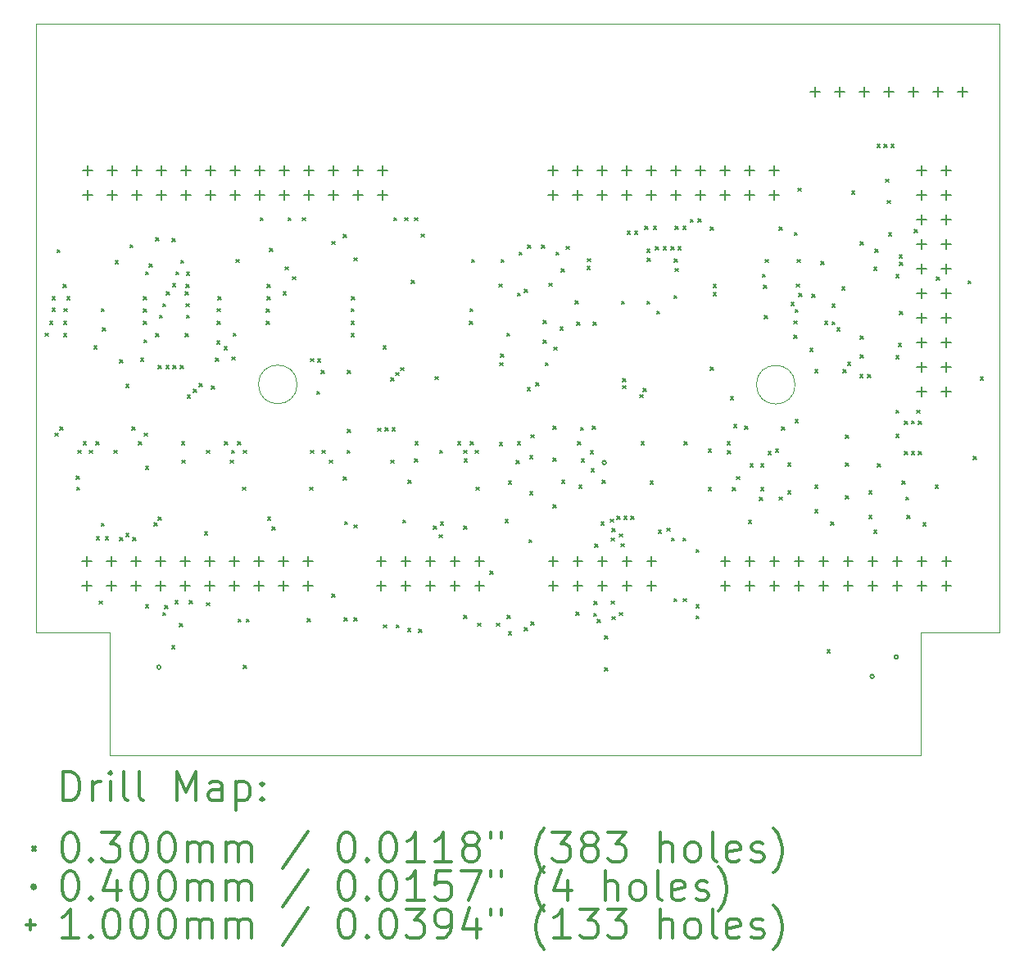
<source format=gbr>
%FSLAX45Y45*%
G04 Gerber Fmt 4.5, Leading zero omitted, Abs format (unit mm)*
G04 Created by KiCad (PCBNEW (5.1.12-1-10_14)) date 2023-11-15 20:52:04*
%MOMM*%
%LPD*%
G01*
G04 APERTURE LIST*
%TA.AperFunction,Profile*%
%ADD10C,0.038100*%
%TD*%
%TA.AperFunction,Profile*%
%ADD11C,0.100000*%
%TD*%
%ADD12C,0.200000*%
%ADD13C,0.300000*%
G04 APERTURE END LIST*
D10*
X10893400Y-9629800D02*
G75*
G03*
X10893400Y-9629800I-200000J0D01*
G01*
X5746700Y-9626600D02*
G75*
G03*
X5746700Y-9626600I-200000J0D01*
G01*
X3048000Y-12192000D02*
X3810000Y-12192000D01*
X12192000Y-12192000D02*
X13004800Y-12192000D01*
X12192000Y-13462000D02*
X12192000Y-12192000D01*
X3810000Y-13462000D02*
X12192000Y-13462000D01*
X3810000Y-12192000D02*
X3810000Y-13462000D01*
D11*
X3048000Y-5900000D02*
X13004800Y-5900000D01*
X13004800Y-5900000D02*
X13004800Y-12192000D01*
X3048000Y-12192000D02*
X3048000Y-5900000D01*
D12*
X3144760Y-9098520D02*
X3174760Y-9128520D01*
X3174760Y-9098520D02*
X3144760Y-9128520D01*
X3188731Y-8976600D02*
X3218731Y-9006600D01*
X3218731Y-8976600D02*
X3188731Y-9006600D01*
X3214131Y-8722299D02*
X3244131Y-8752299D01*
X3244131Y-8722299D02*
X3214131Y-8752299D01*
X3214132Y-8839440D02*
X3244132Y-8869440D01*
X3244132Y-8839440D02*
X3214132Y-8869440D01*
X3246360Y-10129760D02*
X3276360Y-10159760D01*
X3276360Y-10129760D02*
X3246360Y-10159760D01*
X3264934Y-8234920D02*
X3294934Y-8264920D01*
X3294934Y-8234920D02*
X3264934Y-8264920D01*
X3295411Y-10068800D02*
X3325411Y-10098800D01*
X3325411Y-10068800D02*
X3295411Y-10098800D01*
X3327639Y-8595600D02*
X3357639Y-8625600D01*
X3357639Y-8595600D02*
X3327639Y-8625600D01*
X3332720Y-8976600D02*
X3362720Y-9006600D01*
X3362720Y-8976600D02*
X3332720Y-9006600D01*
X3332720Y-9103600D02*
X3362720Y-9133600D01*
X3362720Y-9103600D02*
X3332720Y-9133600D01*
X3337634Y-8844520D02*
X3367634Y-8874520D01*
X3367634Y-8844520D02*
X3337634Y-8874520D01*
X3368281Y-8722600D02*
X3398281Y-8752600D01*
X3398281Y-8722600D02*
X3368281Y-8752600D01*
X3464800Y-10576800D02*
X3494800Y-10606800D01*
X3494800Y-10576800D02*
X3464800Y-10606800D01*
X3471150Y-10689830D02*
X3501150Y-10719830D01*
X3501150Y-10689830D02*
X3471150Y-10719830D01*
X3480040Y-10307560D02*
X3510040Y-10337560D01*
X3510040Y-10307560D02*
X3480040Y-10337560D01*
X3535920Y-10221200D02*
X3565920Y-10251200D01*
X3565920Y-10221200D02*
X3535920Y-10251200D01*
X3601960Y-10307560D02*
X3631960Y-10337560D01*
X3631960Y-10307560D02*
X3601960Y-10337560D01*
X3647680Y-9230600D02*
X3677680Y-9260600D01*
X3677680Y-9230600D02*
X3647680Y-9260600D01*
X3668000Y-10221200D02*
X3698000Y-10251200D01*
X3698000Y-10221200D02*
X3668000Y-10251200D01*
X3673080Y-11201640D02*
X3703080Y-11231640D01*
X3703080Y-11201640D02*
X3673080Y-11231640D01*
X3703560Y-11867120D02*
X3733560Y-11897120D01*
X3733560Y-11867120D02*
X3703560Y-11897120D01*
X3723880Y-8844520D02*
X3753880Y-8874520D01*
X3753880Y-8844520D02*
X3723880Y-8874520D01*
X3725150Y-11063210D02*
X3755150Y-11093210D01*
X3755150Y-11063210D02*
X3725150Y-11093210D01*
X3734040Y-9042640D02*
X3764040Y-9072640D01*
X3764040Y-9042640D02*
X3734040Y-9072640D01*
X3764520Y-11201640D02*
X3794520Y-11231640D01*
X3794520Y-11201640D02*
X3764520Y-11231640D01*
X3855960Y-10307560D02*
X3885960Y-10337560D01*
X3885960Y-10307560D02*
X3855960Y-10337560D01*
X3867530Y-8350350D02*
X3897530Y-8380350D01*
X3897530Y-8350350D02*
X3867530Y-8380350D01*
X3915123Y-11207862D02*
X3945123Y-11237862D01*
X3945123Y-11207862D02*
X3915123Y-11237862D01*
X3915650Y-9374110D02*
X3945650Y-9404110D01*
X3945650Y-9374110D02*
X3915650Y-9404110D01*
X3977880Y-11166080D02*
X4007880Y-11196080D01*
X4007880Y-11166080D02*
X3977880Y-11196080D01*
X3979150Y-9625570D02*
X4009150Y-9655570D01*
X4009150Y-9625570D02*
X3979150Y-9655570D01*
X4018520Y-8184120D02*
X4048520Y-8214120D01*
X4048520Y-8184120D02*
X4018520Y-8214120D01*
X4038840Y-10068800D02*
X4068840Y-10098800D01*
X4068840Y-10068800D02*
X4038840Y-10098800D01*
X4047922Y-11208880D02*
X4077922Y-11238880D01*
X4077922Y-11208880D02*
X4047922Y-11238880D01*
X4109960Y-10221200D02*
X4139960Y-10251200D01*
X4139960Y-10221200D02*
X4109960Y-10251200D01*
X4130280Y-9357600D02*
X4160280Y-9387600D01*
X4160280Y-9357600D02*
X4130280Y-9387600D01*
X4157428Y-8722600D02*
X4187428Y-8752600D01*
X4187428Y-8722600D02*
X4157428Y-8752600D01*
X4157428Y-8849600D02*
X4187428Y-8879600D01*
X4187428Y-8849600D02*
X4157428Y-8879600D01*
X4157428Y-8976600D02*
X4187428Y-9006600D01*
X4187428Y-8976600D02*
X4157428Y-9006600D01*
X4162508Y-9164560D02*
X4192508Y-9194560D01*
X4192508Y-9164560D02*
X4162508Y-9194560D01*
X4169650Y-10128490D02*
X4199650Y-10158490D01*
X4199650Y-10128490D02*
X4169650Y-10158490D01*
X4181080Y-11902680D02*
X4211080Y-11932680D01*
X4211080Y-11902680D02*
X4181080Y-11932680D01*
X4181080Y-8463520D02*
X4211080Y-8493520D01*
X4211080Y-8463520D02*
X4181080Y-8493520D01*
X4182155Y-10471195D02*
X4212155Y-10501195D01*
X4212155Y-10471195D02*
X4182155Y-10501195D01*
X4219971Y-8382240D02*
X4249971Y-8412240D01*
X4249971Y-8382240D02*
X4219971Y-8412240D01*
X4269464Y-11056414D02*
X4299464Y-11086414D01*
X4299464Y-11056414D02*
X4269464Y-11086414D01*
X4286011Y-9103600D02*
X4316011Y-9133600D01*
X4316011Y-9103600D02*
X4286011Y-9133600D01*
X4286884Y-8108796D02*
X4316884Y-8138796D01*
X4316884Y-8108796D02*
X4286884Y-8138796D01*
X4310056Y-10996100D02*
X4340056Y-11026100D01*
X4340056Y-10996100D02*
X4310056Y-11026100D01*
X4313160Y-9433800D02*
X4343160Y-9463800D01*
X4343160Y-9433800D02*
X4313160Y-9463800D01*
X4323320Y-8910560D02*
X4353320Y-8940560D01*
X4353320Y-8910560D02*
X4323320Y-8940560D01*
X4358880Y-8793720D02*
X4388880Y-8823720D01*
X4388880Y-8793720D02*
X4358880Y-8823720D01*
X4358880Y-11985709D02*
X4388880Y-12015709D01*
X4388880Y-11985709D02*
X4358880Y-12015709D01*
X4379200Y-11912840D02*
X4409200Y-11942840D01*
X4409200Y-11912840D02*
X4379200Y-11942840D01*
X4391157Y-9432659D02*
X4421157Y-9462659D01*
X4421157Y-9432659D02*
X4391157Y-9462659D01*
X4394440Y-8671800D02*
X4424440Y-8701800D01*
X4424440Y-8671800D02*
X4394440Y-8701800D01*
X4450320Y-12329400D02*
X4480320Y-12359400D01*
X4480320Y-12329400D02*
X4450320Y-12359400D01*
X4455400Y-8118080D02*
X4485400Y-8148080D01*
X4485400Y-8118080D02*
X4455400Y-8148080D01*
X4460480Y-8585440D02*
X4490480Y-8615440D01*
X4490480Y-8585440D02*
X4460480Y-8615440D01*
X4463849Y-9433831D02*
X4493849Y-9463831D01*
X4493849Y-9433831D02*
X4463849Y-9463831D01*
X4486950Y-11863789D02*
X4516950Y-11893789D01*
X4516950Y-11863789D02*
X4486950Y-11893789D01*
X4492709Y-8463520D02*
X4522709Y-8493520D01*
X4522709Y-8463520D02*
X4492709Y-8493520D01*
X4531600Y-12100800D02*
X4561600Y-12130800D01*
X4561600Y-12100800D02*
X4531600Y-12130800D01*
X4541760Y-9433800D02*
X4571760Y-9463800D01*
X4571760Y-9433800D02*
X4541760Y-9463800D01*
X4544300Y-8344140D02*
X4574300Y-8374140D01*
X4574300Y-8344140D02*
X4544300Y-8374140D01*
X4551920Y-10221200D02*
X4581920Y-10251200D01*
X4581920Y-10221200D02*
X4551920Y-10251200D01*
X4557000Y-10409160D02*
X4587000Y-10439160D01*
X4587000Y-10409160D02*
X4557000Y-10439160D01*
X4592560Y-8671800D02*
X4622560Y-8701800D01*
X4622560Y-8671800D02*
X4592560Y-8701800D01*
X4592560Y-9103600D02*
X4622560Y-9133600D01*
X4622560Y-9103600D02*
X4592560Y-9133600D01*
X4597640Y-8595600D02*
X4627640Y-8625600D01*
X4627640Y-8595600D02*
X4597640Y-8625600D01*
X4597640Y-8793720D02*
X4627640Y-8823720D01*
X4627640Y-8793720D02*
X4597640Y-8823720D01*
X4602720Y-8910560D02*
X4632720Y-8940560D01*
X4632720Y-8910560D02*
X4602720Y-8940560D01*
X4604301Y-8468600D02*
X4634301Y-8498600D01*
X4634301Y-8468600D02*
X4604301Y-8498600D01*
X4612880Y-9738600D02*
X4642880Y-9768600D01*
X4642880Y-9738600D02*
X4612880Y-9768600D01*
X4632874Y-11861679D02*
X4662874Y-11891679D01*
X4662874Y-11861679D02*
X4632874Y-11891679D01*
X4677650Y-9678910D02*
X4707650Y-9708910D01*
X4707650Y-9678910D02*
X4677650Y-9708910D01*
X4733801Y-9616239D02*
X4763801Y-9646239D01*
X4763801Y-9616239D02*
X4733801Y-9646239D01*
X4790680Y-11150840D02*
X4820680Y-11180840D01*
X4820680Y-11150840D02*
X4790680Y-11180840D01*
X4811000Y-10307560D02*
X4841000Y-10337560D01*
X4841000Y-10307560D02*
X4811000Y-10337560D01*
X4811622Y-11884105D02*
X4841622Y-11914105D01*
X4841622Y-11884105D02*
X4811622Y-11914105D01*
X4861800Y-9642080D02*
X4891800Y-9672080D01*
X4891800Y-9642080D02*
X4861800Y-9672080D01*
X4902440Y-9357600D02*
X4932440Y-9387600D01*
X4932440Y-9357600D02*
X4902440Y-9387600D01*
X4917680Y-9179800D02*
X4947680Y-9209800D01*
X4947680Y-9179800D02*
X4917680Y-9209800D01*
X4922760Y-8844520D02*
X4952760Y-8874520D01*
X4952760Y-8844520D02*
X4922760Y-8874520D01*
X4922760Y-8976600D02*
X4952760Y-9006600D01*
X4952760Y-8976600D02*
X4922760Y-9006600D01*
X4927840Y-8722600D02*
X4957840Y-8752600D01*
X4957840Y-8722600D02*
X4927840Y-8752600D01*
X4993880Y-9235680D02*
X5023880Y-9265680D01*
X5023880Y-9235680D02*
X4993880Y-9265680D01*
X4998960Y-10221200D02*
X5028960Y-10251200D01*
X5028960Y-10221200D02*
X4998960Y-10251200D01*
X5054840Y-10409160D02*
X5084840Y-10439160D01*
X5084840Y-10409160D02*
X5054840Y-10439160D01*
X5070080Y-10307560D02*
X5100080Y-10337560D01*
X5100080Y-10307560D02*
X5070080Y-10337560D01*
X5074766Y-9341966D02*
X5104766Y-9371966D01*
X5104766Y-9341966D02*
X5074766Y-9371966D01*
X5087860Y-9095980D02*
X5117860Y-9125980D01*
X5117860Y-9095980D02*
X5087860Y-9125980D01*
X5115800Y-8336520D02*
X5145800Y-8366520D01*
X5145800Y-8336520D02*
X5115800Y-8366520D01*
X5131040Y-10221200D02*
X5161040Y-10251200D01*
X5161040Y-10221200D02*
X5131040Y-10251200D01*
X5136142Y-12051746D02*
X5166142Y-12081746D01*
X5166142Y-12051746D02*
X5136142Y-12081746D01*
X5181840Y-10688560D02*
X5211840Y-10718560D01*
X5211840Y-10688560D02*
X5181840Y-10718560D01*
X5192000Y-10307560D02*
X5222000Y-10337560D01*
X5222000Y-10307560D02*
X5192000Y-10337560D01*
X5192000Y-12532600D02*
X5222000Y-12562600D01*
X5222000Y-12532600D02*
X5192000Y-12562600D01*
X5222319Y-12051746D02*
X5252319Y-12081746D01*
X5252319Y-12051746D02*
X5222319Y-12081746D01*
X5364720Y-7904720D02*
X5394720Y-7934720D01*
X5394720Y-7904720D02*
X5364720Y-7934720D01*
X5430760Y-8849600D02*
X5460760Y-8879600D01*
X5460760Y-8849600D02*
X5430760Y-8879600D01*
X5430760Y-8976600D02*
X5460760Y-9006600D01*
X5460760Y-8976600D02*
X5430760Y-9006600D01*
X5435840Y-8595600D02*
X5465840Y-8625600D01*
X5465840Y-8595600D02*
X5435840Y-8625600D01*
X5435840Y-8722600D02*
X5465840Y-8752600D01*
X5465840Y-8722600D02*
X5435840Y-8752600D01*
X5440920Y-10998440D02*
X5470920Y-11028440D01*
X5470920Y-10998440D02*
X5440920Y-11028440D01*
X5461240Y-8219680D02*
X5491240Y-8249680D01*
X5491240Y-8219680D02*
X5461240Y-8249680D01*
X5487619Y-11098690D02*
X5517619Y-11128690D01*
X5517619Y-11098690D02*
X5487619Y-11128690D01*
X5603480Y-8671800D02*
X5633480Y-8701800D01*
X5633480Y-8671800D02*
X5603480Y-8701800D01*
X5623800Y-8412721D02*
X5653800Y-8442721D01*
X5653800Y-8412721D02*
X5623800Y-8442721D01*
X5654280Y-7904720D02*
X5684280Y-7934720D01*
X5684280Y-7904720D02*
X5654280Y-7934720D01*
X5700000Y-8514320D02*
X5730000Y-8544320D01*
X5730000Y-8514320D02*
X5700000Y-8544320D01*
X5801600Y-7904720D02*
X5831600Y-7934720D01*
X5831600Y-7904720D02*
X5801600Y-7934720D01*
X5852400Y-12050000D02*
X5882400Y-12080000D01*
X5882400Y-12050000D02*
X5852400Y-12080000D01*
X5877800Y-10688560D02*
X5907800Y-10718560D01*
X5907800Y-10688560D02*
X5877800Y-10718560D01*
X5886648Y-9359111D02*
X5916648Y-9389111D01*
X5916648Y-9359111D02*
X5886648Y-9389111D01*
X5887960Y-10307560D02*
X5917960Y-10337560D01*
X5917960Y-10307560D02*
X5887960Y-10337560D01*
X5948920Y-9697960D02*
X5978920Y-9727960D01*
X5978920Y-9697960D02*
X5948920Y-9727960D01*
X5959083Y-9365324D02*
X5989083Y-9395324D01*
X5989083Y-9365324D02*
X5959083Y-9395324D01*
X5998132Y-9484600D02*
X6028132Y-9514600D01*
X6028132Y-9484600D02*
X5998132Y-9514600D01*
X6004800Y-10307560D02*
X6034800Y-10337560D01*
X6034800Y-10307560D02*
X6004800Y-10337560D01*
X6081001Y-10409160D02*
X6111001Y-10439160D01*
X6111001Y-10409160D02*
X6081001Y-10439160D01*
X6106400Y-8148560D02*
X6136400Y-8178560D01*
X6136400Y-8148560D02*
X6106400Y-8178560D01*
X6106400Y-11796000D02*
X6136400Y-11826000D01*
X6136400Y-11796000D02*
X6106400Y-11826000D01*
X6223240Y-8078941D02*
X6253240Y-8108941D01*
X6253240Y-8078941D02*
X6223240Y-8108941D01*
X6223240Y-10581880D02*
X6253240Y-10611880D01*
X6253240Y-10581880D02*
X6223240Y-10611880D01*
X6233400Y-12038094D02*
X6263400Y-12068094D01*
X6263400Y-12038094D02*
X6233400Y-12068094D01*
X6238480Y-11044160D02*
X6268480Y-11074160D01*
X6268480Y-11044160D02*
X6238480Y-11074160D01*
X6263880Y-10307560D02*
X6293880Y-10337560D01*
X6293880Y-10307560D02*
X6263880Y-10337560D01*
X6265629Y-9484599D02*
X6295629Y-9514599D01*
X6295629Y-9484599D02*
X6265629Y-9514599D01*
X6268960Y-10094200D02*
X6298960Y-10124200D01*
X6298960Y-10094200D02*
X6268960Y-10124200D01*
X6304520Y-9103600D02*
X6334520Y-9133600D01*
X6334520Y-9103600D02*
X6304520Y-9133600D01*
X6304520Y-8844520D02*
X6334520Y-8874520D01*
X6334520Y-8844520D02*
X6304520Y-8874520D01*
X6304520Y-8976600D02*
X6334520Y-9006600D01*
X6334520Y-8976600D02*
X6304520Y-9006600D01*
X6309600Y-8722600D02*
X6339600Y-8752600D01*
X6339600Y-8722600D02*
X6309600Y-8752600D01*
X6334124Y-8317076D02*
X6364124Y-8347076D01*
X6364124Y-8317076D02*
X6334124Y-8347076D01*
X6335000Y-11079720D02*
X6365000Y-11109720D01*
X6365000Y-11079720D02*
X6335000Y-11109720D01*
X6335000Y-12038094D02*
X6365000Y-12068094D01*
X6365000Y-12038094D02*
X6335000Y-12068094D01*
X6578840Y-10078960D02*
X6608840Y-10108960D01*
X6608840Y-10078960D02*
X6578840Y-10108960D01*
X6634720Y-9230600D02*
X6664720Y-9260600D01*
X6664720Y-9230600D02*
X6634720Y-9260600D01*
X6639090Y-12112541D02*
X6669090Y-12142541D01*
X6669090Y-12112541D02*
X6639090Y-12142541D01*
X6656416Y-10073499D02*
X6686416Y-10103499D01*
X6686416Y-10073499D02*
X6656416Y-10103499D01*
X6716000Y-10409160D02*
X6746000Y-10439160D01*
X6746000Y-10409160D02*
X6716000Y-10439160D01*
X6717456Y-9558731D02*
X6747456Y-9588731D01*
X6747456Y-9558731D02*
X6717456Y-9588731D01*
X6729116Y-10073908D02*
X6759116Y-10103908D01*
X6759116Y-10073908D02*
X6729116Y-10103908D01*
X6746480Y-7904720D02*
X6776480Y-7934720D01*
X6776480Y-7904720D02*
X6746480Y-7934720D01*
X6766671Y-9505221D02*
X6796671Y-9535221D01*
X6796671Y-9505221D02*
X6766671Y-9535221D01*
X6771108Y-12112541D02*
X6801108Y-12142541D01*
X6801108Y-12112541D02*
X6771108Y-12142541D01*
X6817992Y-9453727D02*
X6847992Y-9483727D01*
X6847992Y-9453727D02*
X6817992Y-9483727D01*
X6837920Y-11028920D02*
X6867920Y-11058920D01*
X6867920Y-11028920D02*
X6837920Y-11058920D01*
X6858240Y-7904720D02*
X6888240Y-7934720D01*
X6888240Y-7904720D02*
X6858240Y-7934720D01*
X6888720Y-12151600D02*
X6918720Y-12181600D01*
X6918720Y-12151600D02*
X6888720Y-12181600D01*
X6893800Y-10614900D02*
X6923800Y-10644900D01*
X6923800Y-10614900D02*
X6893800Y-10644900D01*
X6926029Y-8549880D02*
X6956029Y-8579880D01*
X6956029Y-8549880D02*
X6926029Y-8579880D01*
X6959840Y-7904720D02*
X6989840Y-7934720D01*
X6989840Y-7904720D02*
X6959840Y-7934720D01*
X6959840Y-10399000D02*
X6989840Y-10429000D01*
X6989840Y-10399000D02*
X6959840Y-10429000D01*
X6964920Y-10221200D02*
X6994920Y-10251200D01*
X6994920Y-10221200D02*
X6964920Y-10251200D01*
X7005560Y-12156680D02*
X7035560Y-12186680D01*
X7035560Y-12156680D02*
X7005560Y-12186680D01*
X7030960Y-8072360D02*
X7060960Y-8102360D01*
X7060960Y-8072360D02*
X7030960Y-8102360D01*
X7158694Y-11092366D02*
X7188694Y-11122366D01*
X7188694Y-11092366D02*
X7158694Y-11122366D01*
X7173200Y-9545560D02*
X7203200Y-9575560D01*
X7203200Y-9545560D02*
X7173200Y-9575560D01*
X7213840Y-11181321D02*
X7243840Y-11211321D01*
X7243840Y-11181321D02*
X7213840Y-11211321D01*
X7218920Y-10307560D02*
X7248920Y-10337560D01*
X7248920Y-10307560D02*
X7218920Y-10337560D01*
X7229080Y-11046700D02*
X7259080Y-11076700D01*
X7259080Y-11046700D02*
X7229080Y-11076700D01*
X7406880Y-10221200D02*
X7436880Y-10251200D01*
X7436880Y-10221200D02*
X7406880Y-10251200D01*
X7467840Y-10307560D02*
X7497840Y-10337560D01*
X7497840Y-10307560D02*
X7467840Y-10337560D01*
X7467840Y-11089880D02*
X7497840Y-11119880D01*
X7497840Y-11089880D02*
X7467840Y-11119880D01*
X7467840Y-12012693D02*
X7497840Y-12042693D01*
X7497840Y-12012693D02*
X7467840Y-12042693D01*
X7472920Y-10399000D02*
X7502920Y-10429000D01*
X7502920Y-10399000D02*
X7472920Y-10429000D01*
X7528800Y-8976600D02*
X7558800Y-9006600D01*
X7558800Y-8976600D02*
X7528800Y-9006600D01*
X7533880Y-8844520D02*
X7563880Y-8874520D01*
X7563880Y-8844520D02*
X7533880Y-8874520D01*
X7538960Y-10221200D02*
X7568960Y-10251200D01*
X7568960Y-10221200D02*
X7538960Y-10251200D01*
X7549120Y-8336520D02*
X7579120Y-8366520D01*
X7579120Y-8336520D02*
X7549120Y-8366520D01*
X7589760Y-10307560D02*
X7619760Y-10337560D01*
X7619760Y-10307560D02*
X7589760Y-10337560D01*
X7594840Y-10688560D02*
X7624840Y-10718560D01*
X7624840Y-10688560D02*
X7594840Y-10718560D01*
X7615160Y-12095720D02*
X7645160Y-12125720D01*
X7645160Y-12095720D02*
X7615160Y-12125720D01*
X7742160Y-11557240D02*
X7772160Y-11587240D01*
X7772160Y-11557240D02*
X7742160Y-11587240D01*
X7809949Y-12095720D02*
X7839949Y-12125720D01*
X7839949Y-12095720D02*
X7809949Y-12125720D01*
X7831859Y-8590520D02*
X7861859Y-8620520D01*
X7861859Y-8590520D02*
X7831859Y-8620520D01*
X7838680Y-10226280D02*
X7868680Y-10256280D01*
X7868680Y-10226280D02*
X7838680Y-10256280D01*
X7843760Y-9403320D02*
X7873760Y-9433320D01*
X7873760Y-9403320D02*
X7843760Y-9433320D01*
X7848840Y-9311880D02*
X7878840Y-9341880D01*
X7878840Y-9311880D02*
X7848840Y-9341880D01*
X7853920Y-8336520D02*
X7883920Y-8366520D01*
X7883920Y-8336520D02*
X7853920Y-8366520D01*
X7897100Y-11021300D02*
X7927100Y-11051300D01*
X7927100Y-11021300D02*
X7897100Y-11051300D01*
X7914880Y-9098520D02*
X7944880Y-9128520D01*
X7944880Y-9098520D02*
X7914880Y-9128520D01*
X7919960Y-12012693D02*
X7949960Y-12042693D01*
X7949960Y-12012693D02*
X7919960Y-12042693D01*
X7930120Y-12182080D02*
X7960120Y-12212080D01*
X7960120Y-12182080D02*
X7930120Y-12212080D01*
X7932039Y-10626474D02*
X7962039Y-10656474D01*
X7962039Y-10626474D02*
X7932039Y-10656474D01*
X8011400Y-10411700D02*
X8041400Y-10441700D01*
X8041400Y-10411700D02*
X8011400Y-10441700D01*
X8024100Y-10221200D02*
X8054100Y-10251200D01*
X8054100Y-10221200D02*
X8024100Y-10251200D01*
X8025060Y-8681960D02*
X8055060Y-8711960D01*
X8055060Y-8681960D02*
X8025060Y-8711960D01*
X8041880Y-8260320D02*
X8071880Y-8290320D01*
X8071880Y-8260320D02*
X8041880Y-8290320D01*
X8097760Y-8646400D02*
X8127760Y-8676400D01*
X8127760Y-8646400D02*
X8097760Y-8676400D01*
X8097760Y-12141440D02*
X8127760Y-12171440D01*
X8127760Y-12141440D02*
X8097760Y-12171440D01*
X8125700Y-9662400D02*
X8155700Y-9692400D01*
X8155700Y-9662400D02*
X8125700Y-9692400D01*
X8128240Y-8189200D02*
X8158240Y-8219200D01*
X8158240Y-8189200D02*
X8128240Y-8219200D01*
X8143480Y-11232120D02*
X8173480Y-11262120D01*
X8173480Y-11232120D02*
X8143480Y-11262120D01*
X8151100Y-10364710D02*
X8181100Y-10394710D01*
X8181100Y-10364710D02*
X8151100Y-10394710D01*
X8151100Y-10737610D02*
X8181100Y-10767610D01*
X8181100Y-10737610D02*
X8151100Y-10767610D01*
X8163800Y-10148500D02*
X8193800Y-10178500D01*
X8193800Y-10148500D02*
X8163800Y-10178500D01*
X8164898Y-12082592D02*
X8194898Y-12112592D01*
X8194898Y-12082592D02*
X8164898Y-12112592D01*
X8214600Y-9611600D02*
X8244600Y-9641600D01*
X8244600Y-9611600D02*
X8214600Y-9641600D01*
X8275560Y-8189200D02*
X8305560Y-8219200D01*
X8305560Y-8189200D02*
X8275560Y-8219200D01*
X8290800Y-8966440D02*
X8320800Y-8996440D01*
X8320800Y-8966440D02*
X8290800Y-8996440D01*
X8290800Y-9169640D02*
X8320800Y-9199640D01*
X8320800Y-9169640D02*
X8290800Y-9199640D01*
X8311120Y-9403320D02*
X8341120Y-9433320D01*
X8341120Y-9403320D02*
X8311120Y-9433320D01*
X8351760Y-8580360D02*
X8381760Y-8610360D01*
X8381760Y-8580360D02*
X8351760Y-8610360D01*
X8392400Y-10056100D02*
X8422400Y-10086100D01*
X8422400Y-10056100D02*
X8392400Y-10086100D01*
X8392400Y-10386300D02*
X8422400Y-10416300D01*
X8422400Y-10386300D02*
X8392400Y-10416300D01*
X8392401Y-10868900D02*
X8422401Y-10898900D01*
X8422401Y-10868900D02*
X8392401Y-10898900D01*
X8403135Y-9241937D02*
X8433135Y-9271937D01*
X8433135Y-9241937D02*
X8403135Y-9271937D01*
X8422880Y-8260320D02*
X8452880Y-8290320D01*
X8452880Y-8260320D02*
X8422880Y-8290320D01*
X8463520Y-9034228D02*
X8493520Y-9064228D01*
X8493520Y-9034228D02*
X8463520Y-9064228D01*
X8478760Y-8433040D02*
X8508760Y-8463040D01*
X8508760Y-8433040D02*
X8478760Y-8463040D01*
X8481300Y-10614900D02*
X8511300Y-10644900D01*
X8511300Y-10614900D02*
X8481300Y-10644900D01*
X8529560Y-8199360D02*
X8559560Y-8229360D01*
X8559560Y-8199360D02*
X8529560Y-8229360D01*
X8621000Y-8763240D02*
X8651000Y-8793240D01*
X8651000Y-8763240D02*
X8621000Y-8793240D01*
X8629178Y-11980006D02*
X8659178Y-12010006D01*
X8659178Y-11980006D02*
X8629178Y-12010006D01*
X8636240Y-8981680D02*
X8666240Y-9011680D01*
X8666240Y-8981680D02*
X8636240Y-9011680D01*
X8646401Y-10221200D02*
X8676401Y-10251200D01*
X8676401Y-10221200D02*
X8646401Y-10251200D01*
X8659100Y-10665699D02*
X8689100Y-10695699D01*
X8689100Y-10665699D02*
X8659100Y-10695699D01*
X8674630Y-10070549D02*
X8704630Y-10100549D01*
X8704630Y-10070549D02*
X8674630Y-10100549D01*
X8684500Y-10399000D02*
X8714500Y-10429000D01*
X8714500Y-10399000D02*
X8684500Y-10429000D01*
X8742920Y-8407640D02*
X8772920Y-8437640D01*
X8772920Y-8407640D02*
X8742920Y-8437640D01*
X8748000Y-8326360D02*
X8778000Y-8356360D01*
X8778000Y-8326360D02*
X8748000Y-8356360D01*
X8779144Y-10310374D02*
X8809144Y-10340374D01*
X8809144Y-10310374D02*
X8779144Y-10340374D01*
X8786100Y-10500600D02*
X8816100Y-10530600D01*
X8816100Y-10500600D02*
X8786100Y-10530600D01*
X8798800Y-10056100D02*
X8828800Y-10086100D01*
X8828800Y-10056100D02*
X8798800Y-10086100D01*
X8808960Y-8981680D02*
X8838960Y-9011680D01*
X8838960Y-8981680D02*
X8808960Y-9011680D01*
X8810597Y-11993953D02*
X8840597Y-12023953D01*
X8840597Y-11993953D02*
X8810597Y-12023953D01*
X8815789Y-11870451D02*
X8845789Y-11900451D01*
X8845789Y-11870451D02*
X8815789Y-11900451D01*
X8822537Y-11277513D02*
X8852537Y-11307513D01*
X8852537Y-11277513D02*
X8822537Y-11307513D01*
X8848957Y-12055711D02*
X8878957Y-12085711D01*
X8878957Y-12055711D02*
X8848957Y-12085711D01*
X8887095Y-11049865D02*
X8917095Y-11079865D01*
X8917095Y-11049865D02*
X8887095Y-11079865D01*
X8900400Y-10614900D02*
X8930400Y-10644900D01*
X8930400Y-10614900D02*
X8900400Y-10644900D01*
X8925800Y-12227800D02*
X8955800Y-12257800D01*
X8955800Y-12227800D02*
X8925800Y-12257800D01*
X8925800Y-12558000D02*
X8955800Y-12588000D01*
X8955800Y-12558000D02*
X8925800Y-12588000D01*
X8985794Y-11018236D02*
X9015794Y-11048236D01*
X9015794Y-11018236D02*
X8985794Y-11048236D01*
X8992716Y-11866244D02*
X9022716Y-11896244D01*
X9022716Y-11866244D02*
X8992716Y-11896244D01*
X8992995Y-11214438D02*
X9022995Y-11244438D01*
X9022995Y-11214438D02*
X8992995Y-11244438D01*
X9000828Y-12026345D02*
X9030828Y-12056345D01*
X9030828Y-12026345D02*
X9000828Y-12056345D01*
X9001183Y-11116337D02*
X9031183Y-11146337D01*
X9031183Y-11116337D02*
X9001183Y-11146337D01*
X9052842Y-10990129D02*
X9082842Y-11020129D01*
X9082842Y-10990129D02*
X9052842Y-11020129D01*
X9078200Y-11985701D02*
X9108200Y-12015701D01*
X9108200Y-11985701D02*
X9078200Y-12015701D01*
X9078841Y-11171060D02*
X9108841Y-11201060D01*
X9108841Y-11171060D02*
X9078841Y-11201060D01*
X9093440Y-11274509D02*
X9123440Y-11304509D01*
X9123440Y-11274509D02*
X9093440Y-11304509D01*
X9098520Y-8768270D02*
X9128520Y-8798270D01*
X9128520Y-8768270D02*
X9098520Y-8798270D01*
X9112680Y-9638160D02*
X9142680Y-9668160D01*
X9142680Y-9638160D02*
X9112680Y-9668160D01*
X9114015Y-9565471D02*
X9144015Y-9595471D01*
X9144015Y-9565471D02*
X9114015Y-9595471D01*
X9125525Y-10988505D02*
X9155525Y-11018505D01*
X9155525Y-10988505D02*
X9125525Y-11018505D01*
X9157944Y-8045221D02*
X9187944Y-8075221D01*
X9187944Y-8045221D02*
X9157944Y-8075221D01*
X9198226Y-10988618D02*
X9228226Y-11018618D01*
X9228226Y-10988618D02*
X9198226Y-11018618D01*
X9235680Y-8045221D02*
X9265680Y-8075221D01*
X9265680Y-8045221D02*
X9235680Y-8075221D01*
X9288703Y-9730752D02*
X9318703Y-9760752D01*
X9318703Y-9730752D02*
X9288703Y-9760752D01*
X9301720Y-10221200D02*
X9331720Y-10251200D01*
X9331720Y-10221200D02*
X9301720Y-10251200D01*
X9322916Y-9666604D02*
X9352916Y-9696604D01*
X9352916Y-9666604D02*
X9322916Y-9696604D01*
X9339463Y-7994419D02*
X9369463Y-8024419D01*
X9369463Y-7994419D02*
X9339463Y-8024419D01*
X9362680Y-8229840D02*
X9392680Y-8259840D01*
X9392680Y-8229840D02*
X9362680Y-8259840D01*
X9362680Y-8768320D02*
X9392680Y-8798320D01*
X9392680Y-8768320D02*
X9362680Y-8798320D01*
X9365170Y-8323770D02*
X9395170Y-8353770D01*
X9395170Y-8323770D02*
X9365170Y-8353770D01*
X9395701Y-10627600D02*
X9425701Y-10657600D01*
X9425701Y-10627600D02*
X9395701Y-10657600D01*
X9428720Y-7994419D02*
X9458720Y-8024419D01*
X9458720Y-7994419D02*
X9428720Y-8024419D01*
X9449040Y-8204440D02*
X9479040Y-8234440D01*
X9479040Y-8204440D02*
X9449040Y-8234440D01*
X9464280Y-8869920D02*
X9494280Y-8899920D01*
X9494280Y-8869920D02*
X9464280Y-8899920D01*
X9479520Y-11135600D02*
X9509520Y-11165600D01*
X9509520Y-11135600D02*
X9479520Y-11165600D01*
X9530320Y-8204440D02*
X9560320Y-8234440D01*
X9560320Y-8204440D02*
X9530320Y-8234440D01*
X9570388Y-11112958D02*
X9600388Y-11142958D01*
X9600388Y-11112958D02*
X9570388Y-11142958D01*
X9610019Y-8204327D02*
X9640019Y-8234327D01*
X9640019Y-8204327D02*
X9610019Y-8234327D01*
X9616680Y-11215131D02*
X9646680Y-11245131D01*
X9646680Y-11215131D02*
X9616680Y-11245131D01*
X9642080Y-8707360D02*
X9672080Y-8737360D01*
X9672080Y-8707360D02*
X9642080Y-8737360D01*
X9642080Y-11841720D02*
X9672080Y-11871720D01*
X9672080Y-11841720D02*
X9642080Y-11871720D01*
X9647160Y-8331440D02*
X9677160Y-8361440D01*
X9677160Y-8331440D02*
X9647160Y-8361440D01*
X9652240Y-8427960D02*
X9682240Y-8457960D01*
X9682240Y-8427960D02*
X9652240Y-8457960D01*
X9652435Y-7994603D02*
X9682435Y-8024603D01*
X9682435Y-7994603D02*
X9652435Y-8024603D01*
X9682720Y-8204440D02*
X9712720Y-8234440D01*
X9712720Y-8204440D02*
X9682720Y-8234440D01*
X9733520Y-7991080D02*
X9763520Y-8021080D01*
X9763520Y-7991080D02*
X9733520Y-8021080D01*
X9735268Y-11215131D02*
X9765268Y-11245131D01*
X9765268Y-11215131D02*
X9735268Y-11245131D01*
X9738600Y-11841720D02*
X9768600Y-11871720D01*
X9768600Y-11841720D02*
X9738600Y-11871720D01*
X9748760Y-10221200D02*
X9778760Y-10251200D01*
X9778760Y-10221200D02*
X9748760Y-10251200D01*
X9809145Y-7919662D02*
X9839145Y-7949662D01*
X9839145Y-7919662D02*
X9809145Y-7949662D01*
X9870680Y-11333720D02*
X9900680Y-11363720D01*
X9900680Y-11333720D02*
X9870680Y-11363720D01*
X9870680Y-11902680D02*
X9900680Y-11932680D01*
X9900680Y-11902680D02*
X9870680Y-11932680D01*
X9870680Y-12019520D02*
X9900680Y-12049520D01*
X9900680Y-12019520D02*
X9870680Y-12049520D01*
X9891000Y-7914880D02*
X9921000Y-7944880D01*
X9921000Y-7914880D02*
X9891000Y-7944880D01*
X9997680Y-10293901D02*
X10027680Y-10323901D01*
X10027680Y-10293901D02*
X9997680Y-10323901D01*
X9998450Y-10692870D02*
X10028450Y-10722870D01*
X10028450Y-10692870D02*
X9998450Y-10722870D01*
X10018000Y-8001240D02*
X10048000Y-8031240D01*
X10048000Y-8001240D02*
X10018000Y-8031240D01*
X10018000Y-9446500D02*
X10048000Y-9476500D01*
X10048000Y-9446500D02*
X10018000Y-9476500D01*
X10048480Y-8595600D02*
X10078480Y-8625600D01*
X10078480Y-8595600D02*
X10048480Y-8625600D01*
X10048480Y-8676880D02*
X10078480Y-8706880D01*
X10078480Y-8676880D02*
X10048480Y-8706880D01*
X10190720Y-10221200D02*
X10220720Y-10251200D01*
X10220720Y-10221200D02*
X10190720Y-10251200D01*
X10195800Y-10310100D02*
X10225800Y-10340100D01*
X10225800Y-10310100D02*
X10195800Y-10340100D01*
X10226280Y-9755428D02*
X10256280Y-9785428D01*
X10256280Y-9755428D02*
X10226280Y-9785428D01*
X10246600Y-10691890D02*
X10276600Y-10721890D01*
X10276600Y-10691890D02*
X10246600Y-10721890D01*
X10259298Y-10042847D02*
X10289298Y-10072847D01*
X10289298Y-10042847D02*
X10259298Y-10072847D01*
X10289352Y-10578550D02*
X10319352Y-10608550D01*
X10319352Y-10578550D02*
X10289352Y-10608550D01*
X10373600Y-10056100D02*
X10403600Y-10086100D01*
X10403600Y-10056100D02*
X10373600Y-10086100D01*
X10411700Y-11034000D02*
X10441700Y-11064000D01*
X10441700Y-11034000D02*
X10411700Y-11064000D01*
X10427730Y-10446470D02*
X10457730Y-10476470D01*
X10457730Y-10446470D02*
X10427730Y-10476470D01*
X10526000Y-10792700D02*
X10556000Y-10822700D01*
X10556000Y-10792700D02*
X10526000Y-10822700D01*
X10538700Y-10449800D02*
X10568700Y-10479800D01*
X10568700Y-10449800D02*
X10538700Y-10479800D01*
X10538700Y-10691100D02*
X10568700Y-10721100D01*
X10568700Y-10691100D02*
X10538700Y-10721100D01*
X10556481Y-8488920D02*
X10586481Y-8518920D01*
X10586481Y-8488920D02*
X10556481Y-8518920D01*
X10566640Y-8600680D02*
X10596640Y-8630680D01*
X10596640Y-8600680D02*
X10566640Y-8630680D01*
X10576800Y-8913100D02*
X10606800Y-8943100D01*
X10606800Y-8913100D02*
X10576800Y-8943100D01*
X10586960Y-8336520D02*
X10616960Y-8366520D01*
X10616960Y-8336520D02*
X10586960Y-8366520D01*
X10614900Y-10321050D02*
X10644900Y-10351050D01*
X10644900Y-10321050D02*
X10614900Y-10351050D01*
X10691100Y-10297400D02*
X10721100Y-10327400D01*
X10721100Y-10297400D02*
X10691100Y-10327400D01*
X10729200Y-8001240D02*
X10759200Y-8031240D01*
X10759200Y-8001240D02*
X10729200Y-8031240D01*
X10730853Y-10791047D02*
X10760853Y-10821047D01*
X10760853Y-10791047D02*
X10730853Y-10821047D01*
X10754600Y-10068800D02*
X10784600Y-10098800D01*
X10784600Y-10068800D02*
X10754600Y-10098800D01*
X10818100Y-10437100D02*
X10848100Y-10467100D01*
X10848100Y-10437100D02*
X10818100Y-10467100D01*
X10818100Y-10727150D02*
X10848100Y-10757150D01*
X10848100Y-10727150D02*
X10818100Y-10757150D01*
X10851960Y-8780197D02*
X10881960Y-8810197D01*
X10881960Y-8780197D02*
X10851960Y-8810197D01*
X10881600Y-8971520D02*
X10911600Y-9001520D01*
X10911600Y-8971520D02*
X10881600Y-9001520D01*
X10881600Y-9118049D02*
X10911600Y-9148049D01*
X10911600Y-9118049D02*
X10881600Y-9148049D01*
X10886680Y-8057120D02*
X10916680Y-8087120D01*
X10916680Y-8057120D02*
X10886680Y-8087120D01*
X10894300Y-9992600D02*
X10924300Y-10022600D01*
X10924300Y-9992600D02*
X10894300Y-10022600D01*
X10896440Y-8851076D02*
X10926440Y-8881076D01*
X10926440Y-8851076D02*
X10896440Y-8881076D01*
X10905251Y-8590520D02*
X10935251Y-8620520D01*
X10935251Y-8590520D02*
X10905251Y-8620520D01*
X10914620Y-8336520D02*
X10944620Y-8366520D01*
X10944620Y-8336520D02*
X10914620Y-8366520D01*
X10922240Y-7599920D02*
X10952240Y-7629920D01*
X10952240Y-7599920D02*
X10922240Y-7629920D01*
X10934149Y-8684500D02*
X10964149Y-8714500D01*
X10964149Y-8684500D02*
X10934149Y-8714500D01*
X11046700Y-9256000D02*
X11076700Y-9286000D01*
X11076700Y-9256000D02*
X11046700Y-9286000D01*
X11070350Y-8697200D02*
X11100350Y-8727200D01*
X11100350Y-8697200D02*
X11070350Y-8727200D01*
X11097500Y-9471900D02*
X11127500Y-9501900D01*
X11127500Y-9471900D02*
X11097500Y-9501900D01*
X11097500Y-10665700D02*
X11127500Y-10695700D01*
X11127500Y-10665700D02*
X11097500Y-10695700D01*
X11097500Y-10919700D02*
X11127500Y-10949700D01*
X11127500Y-10919700D02*
X11097500Y-10949700D01*
X11161001Y-8354300D02*
X11191001Y-8384300D01*
X11191001Y-8354300D02*
X11161001Y-8384300D01*
X11199100Y-8976600D02*
X11229100Y-9006600D01*
X11229100Y-8976600D02*
X11199100Y-9006600D01*
X11224500Y-12367500D02*
X11254500Y-12397500D01*
X11254500Y-12367500D02*
X11224500Y-12397500D01*
X11262600Y-11046700D02*
X11292600Y-11076700D01*
X11292600Y-11046700D02*
X11262600Y-11076700D01*
X11275300Y-8795470D02*
X11305300Y-8825470D01*
X11305300Y-8795470D02*
X11275300Y-8825470D01*
X11275300Y-8978350D02*
X11305300Y-9008350D01*
X11305300Y-8978350D02*
X11275300Y-9008350D01*
X11326100Y-9040100D02*
X11356100Y-9070100D01*
X11356100Y-9040100D02*
X11326100Y-9070100D01*
X11376900Y-8621000D02*
X11406900Y-8651000D01*
X11406900Y-8621000D02*
X11376900Y-8651000D01*
X11388415Y-9471900D02*
X11418415Y-9501900D01*
X11418415Y-9471900D02*
X11388415Y-9501900D01*
X11415000Y-10151287D02*
X11445000Y-10181287D01*
X11445000Y-10151287D02*
X11415000Y-10181287D01*
X11415000Y-10437100D02*
X11445000Y-10467100D01*
X11445000Y-10437100D02*
X11415000Y-10467100D01*
X11415000Y-10780000D02*
X11445000Y-10810000D01*
X11445000Y-10780000D02*
X11415000Y-10810000D01*
X11437466Y-9398634D02*
X11467466Y-9428634D01*
X11467466Y-9398634D02*
X11437466Y-9428634D01*
X11478500Y-7630400D02*
X11508500Y-7660400D01*
X11508500Y-7630400D02*
X11478500Y-7660400D01*
X11564466Y-9525634D02*
X11594466Y-9555634D01*
X11594466Y-9525634D02*
X11564466Y-9555634D01*
X11567400Y-8151100D02*
X11597400Y-8181100D01*
X11597400Y-8151100D02*
X11567400Y-8181100D01*
X11567400Y-9129000D02*
X11597400Y-9159000D01*
X11597400Y-9129000D02*
X11567400Y-9159000D01*
X11567400Y-9319500D02*
X11597400Y-9349500D01*
X11597400Y-9319500D02*
X11567400Y-9349500D01*
X11643600Y-9522700D02*
X11673600Y-9552700D01*
X11673600Y-9522700D02*
X11643600Y-9552700D01*
X11656300Y-10729200D02*
X11686300Y-10759200D01*
X11686300Y-10729200D02*
X11656300Y-10759200D01*
X11656300Y-10983200D02*
X11686300Y-11013200D01*
X11686300Y-10983200D02*
X11656300Y-11013200D01*
X11707100Y-8417800D02*
X11737100Y-8447800D01*
X11737100Y-8417800D02*
X11707100Y-8447800D01*
X11707100Y-11135600D02*
X11737100Y-11165600D01*
X11737100Y-11135600D02*
X11707100Y-11165600D01*
X11719800Y-8227300D02*
X11749800Y-8257300D01*
X11749800Y-8227300D02*
X11719800Y-8257300D01*
X11739497Y-7147800D02*
X11769497Y-7177800D01*
X11769497Y-7147800D02*
X11739497Y-7177800D01*
X11745200Y-10449800D02*
X11775200Y-10479800D01*
X11775200Y-10449800D02*
X11745200Y-10479800D01*
X11812199Y-7147800D02*
X11842199Y-7177800D01*
X11842199Y-7147800D02*
X11812199Y-7177800D01*
X11829319Y-7504490D02*
X11859319Y-7534490D01*
X11859319Y-7504490D02*
X11829319Y-7534490D01*
X11846799Y-7725170D02*
X11876799Y-7755170D01*
X11876799Y-7725170D02*
X11846799Y-7755170D01*
X11859500Y-8062200D02*
X11889500Y-8092200D01*
X11889500Y-8062200D02*
X11859500Y-8092200D01*
X11884900Y-7147800D02*
X11914900Y-7177800D01*
X11914900Y-7147800D02*
X11884900Y-7177800D01*
X11935700Y-8494000D02*
X11965700Y-8524000D01*
X11965700Y-8494000D02*
X11935700Y-8524000D01*
X11935700Y-9332200D02*
X11965700Y-9362200D01*
X11965700Y-9332200D02*
X11935700Y-9362200D01*
X11935700Y-9892750D02*
X11965700Y-9922750D01*
X11965700Y-9892750D02*
X11935700Y-9922750D01*
X11935700Y-10145000D02*
X11965700Y-10175000D01*
X11965700Y-10145000D02*
X11935700Y-10175000D01*
X11961100Y-9205200D02*
X11991100Y-9235200D01*
X11991100Y-9205200D02*
X11961100Y-9235200D01*
X11970866Y-8287866D02*
X12000866Y-8317866D01*
X12000866Y-8287866D02*
X11970866Y-8317866D01*
X11973800Y-8367000D02*
X12003800Y-8397000D01*
X12003800Y-8367000D02*
X11973800Y-8397000D01*
X11973800Y-8875000D02*
X12003800Y-8905000D01*
X12003800Y-8875000D02*
X11973800Y-8905000D01*
X11999200Y-10627600D02*
X12029200Y-10657600D01*
X12029200Y-10627600D02*
X11999200Y-10657600D01*
X12024600Y-10005300D02*
X12054600Y-10035300D01*
X12054600Y-10005300D02*
X12024600Y-10035300D01*
X12024600Y-10322800D02*
X12054600Y-10352800D01*
X12054600Y-10322800D02*
X12024600Y-10352800D01*
X12039049Y-10789766D02*
X12069049Y-10819766D01*
X12069049Y-10789766D02*
X12039049Y-10819766D01*
X12050000Y-10983200D02*
X12080000Y-11013200D01*
X12080000Y-10983200D02*
X12050000Y-11013200D01*
X12097261Y-10002895D02*
X12127261Y-10032895D01*
X12127261Y-10002895D02*
X12097261Y-10032895D01*
X12097301Y-10322800D02*
X12127301Y-10352800D01*
X12127301Y-10322800D02*
X12097301Y-10352800D01*
X12126200Y-8024100D02*
X12156200Y-8054100D01*
X12156200Y-8024100D02*
X12126200Y-8054100D01*
X12151600Y-9892750D02*
X12181600Y-9922750D01*
X12181600Y-9892750D02*
X12151600Y-9922750D01*
X12169905Y-10005784D02*
X12199905Y-10035784D01*
X12199905Y-10005784D02*
X12169905Y-10035784D01*
X12170003Y-10322800D02*
X12200003Y-10352800D01*
X12200003Y-10322800D02*
X12170003Y-10352800D01*
X12215100Y-11059400D02*
X12245100Y-11089400D01*
X12245100Y-11059400D02*
X12215100Y-11089400D01*
X12342100Y-10665700D02*
X12372100Y-10695700D01*
X12372100Y-10665700D02*
X12342100Y-10695700D01*
X12353050Y-8519400D02*
X12383050Y-8549400D01*
X12383050Y-8519400D02*
X12353050Y-8549400D01*
X12679920Y-8554960D02*
X12709920Y-8584960D01*
X12709920Y-8554960D02*
X12679920Y-8584960D01*
X12735642Y-10373758D02*
X12765642Y-10403758D01*
X12765642Y-10373758D02*
X12735642Y-10403758D01*
X12806920Y-9550640D02*
X12836920Y-9580640D01*
X12836920Y-9550640D02*
X12806920Y-9580640D01*
X4338000Y-12548780D02*
G75*
G03*
X4338000Y-12548780I-20000J0D01*
G01*
X8940477Y-10434323D02*
G75*
G03*
X8940477Y-10434323I-20000J0D01*
G01*
X11709080Y-12644120D02*
G75*
G03*
X11709080Y-12644120I-20000J0D01*
G01*
X11958000Y-12446000D02*
G75*
G03*
X11958000Y-12446000I-20000J0D01*
G01*
X3571240Y-11400320D02*
X3571240Y-11500320D01*
X3521240Y-11450320D02*
X3621240Y-11450320D01*
X3571240Y-11654320D02*
X3571240Y-11754320D01*
X3521240Y-11704320D02*
X3621240Y-11704320D01*
X3578900Y-7365000D02*
X3578900Y-7465000D01*
X3528900Y-7415000D02*
X3628900Y-7415000D01*
X3578900Y-7619000D02*
X3578900Y-7719000D01*
X3528900Y-7669000D02*
X3628900Y-7669000D01*
X3825240Y-11400320D02*
X3825240Y-11500320D01*
X3775240Y-11450320D02*
X3875240Y-11450320D01*
X3825240Y-11654320D02*
X3825240Y-11754320D01*
X3775240Y-11704320D02*
X3875240Y-11704320D01*
X3832900Y-7365000D02*
X3832900Y-7465000D01*
X3782900Y-7415000D02*
X3882900Y-7415000D01*
X3832900Y-7619000D02*
X3832900Y-7719000D01*
X3782900Y-7669000D02*
X3882900Y-7669000D01*
X4079240Y-11400320D02*
X4079240Y-11500320D01*
X4029240Y-11450320D02*
X4129240Y-11450320D01*
X4079240Y-11654320D02*
X4079240Y-11754320D01*
X4029240Y-11704320D02*
X4129240Y-11704320D01*
X4086900Y-7365000D02*
X4086900Y-7465000D01*
X4036900Y-7415000D02*
X4136900Y-7415000D01*
X4086900Y-7619000D02*
X4086900Y-7719000D01*
X4036900Y-7669000D02*
X4136900Y-7669000D01*
X4333240Y-11400320D02*
X4333240Y-11500320D01*
X4283240Y-11450320D02*
X4383240Y-11450320D01*
X4333240Y-11654320D02*
X4333240Y-11754320D01*
X4283240Y-11704320D02*
X4383240Y-11704320D01*
X4340900Y-7365000D02*
X4340900Y-7465000D01*
X4290900Y-7415000D02*
X4390900Y-7415000D01*
X4340900Y-7619000D02*
X4340900Y-7719000D01*
X4290900Y-7669000D02*
X4390900Y-7669000D01*
X4587240Y-11400320D02*
X4587240Y-11500320D01*
X4537240Y-11450320D02*
X4637240Y-11450320D01*
X4587240Y-11654320D02*
X4587240Y-11754320D01*
X4537240Y-11704320D02*
X4637240Y-11704320D01*
X4594900Y-7365000D02*
X4594900Y-7465000D01*
X4544900Y-7415000D02*
X4644900Y-7415000D01*
X4594900Y-7619000D02*
X4594900Y-7719000D01*
X4544900Y-7669000D02*
X4644900Y-7669000D01*
X4841240Y-11400320D02*
X4841240Y-11500320D01*
X4791240Y-11450320D02*
X4891240Y-11450320D01*
X4841240Y-11654320D02*
X4841240Y-11754320D01*
X4791240Y-11704320D02*
X4891240Y-11704320D01*
X4848900Y-7365000D02*
X4848900Y-7465000D01*
X4798900Y-7415000D02*
X4898900Y-7415000D01*
X4848900Y-7619000D02*
X4848900Y-7719000D01*
X4798900Y-7669000D02*
X4898900Y-7669000D01*
X5095240Y-11400320D02*
X5095240Y-11500320D01*
X5045240Y-11450320D02*
X5145240Y-11450320D01*
X5095240Y-11654320D02*
X5095240Y-11754320D01*
X5045240Y-11704320D02*
X5145240Y-11704320D01*
X5102900Y-7365000D02*
X5102900Y-7465000D01*
X5052900Y-7415000D02*
X5152900Y-7415000D01*
X5102900Y-7619000D02*
X5102900Y-7719000D01*
X5052900Y-7669000D02*
X5152900Y-7669000D01*
X5349240Y-11400320D02*
X5349240Y-11500320D01*
X5299240Y-11450320D02*
X5399240Y-11450320D01*
X5349240Y-11654320D02*
X5349240Y-11754320D01*
X5299240Y-11704320D02*
X5399240Y-11704320D01*
X5356900Y-7365000D02*
X5356900Y-7465000D01*
X5306900Y-7415000D02*
X5406900Y-7415000D01*
X5356900Y-7619000D02*
X5356900Y-7719000D01*
X5306900Y-7669000D02*
X5406900Y-7669000D01*
X5603240Y-11400320D02*
X5603240Y-11500320D01*
X5553240Y-11450320D02*
X5653240Y-11450320D01*
X5603240Y-11654320D02*
X5603240Y-11754320D01*
X5553240Y-11704320D02*
X5653240Y-11704320D01*
X5610900Y-7365000D02*
X5610900Y-7465000D01*
X5560900Y-7415000D02*
X5660900Y-7415000D01*
X5610900Y-7619000D02*
X5610900Y-7719000D01*
X5560900Y-7669000D02*
X5660900Y-7669000D01*
X5857240Y-11400320D02*
X5857240Y-11500320D01*
X5807240Y-11450320D02*
X5907240Y-11450320D01*
X5857240Y-11654320D02*
X5857240Y-11754320D01*
X5807240Y-11704320D02*
X5907240Y-11704320D01*
X5864900Y-7365000D02*
X5864900Y-7465000D01*
X5814900Y-7415000D02*
X5914900Y-7415000D01*
X5864900Y-7619000D02*
X5864900Y-7719000D01*
X5814900Y-7669000D02*
X5914900Y-7669000D01*
X6118900Y-7365000D02*
X6118900Y-7465000D01*
X6068900Y-7415000D02*
X6168900Y-7415000D01*
X6118900Y-7619000D02*
X6118900Y-7719000D01*
X6068900Y-7669000D02*
X6168900Y-7669000D01*
X6372900Y-7365000D02*
X6372900Y-7465000D01*
X6322900Y-7415000D02*
X6422900Y-7415000D01*
X6372900Y-7619000D02*
X6372900Y-7719000D01*
X6322900Y-7669000D02*
X6422900Y-7669000D01*
X6616700Y-11400320D02*
X6616700Y-11500320D01*
X6566700Y-11450320D02*
X6666700Y-11450320D01*
X6616700Y-11654320D02*
X6616700Y-11754320D01*
X6566700Y-11704320D02*
X6666700Y-11704320D01*
X6626900Y-7365000D02*
X6626900Y-7465000D01*
X6576900Y-7415000D02*
X6676900Y-7415000D01*
X6626900Y-7619000D02*
X6626900Y-7719000D01*
X6576900Y-7669000D02*
X6676900Y-7669000D01*
X6870700Y-11400320D02*
X6870700Y-11500320D01*
X6820700Y-11450320D02*
X6920700Y-11450320D01*
X6870700Y-11654320D02*
X6870700Y-11754320D01*
X6820700Y-11704320D02*
X6920700Y-11704320D01*
X7124700Y-11400320D02*
X7124700Y-11500320D01*
X7074700Y-11450320D02*
X7174700Y-11450320D01*
X7124700Y-11654320D02*
X7124700Y-11754320D01*
X7074700Y-11704320D02*
X7174700Y-11704320D01*
X7378700Y-11400320D02*
X7378700Y-11500320D01*
X7328700Y-11450320D02*
X7428700Y-11450320D01*
X7378700Y-11654320D02*
X7378700Y-11754320D01*
X7328700Y-11704320D02*
X7428700Y-11704320D01*
X7632700Y-11400320D02*
X7632700Y-11500320D01*
X7582700Y-11450320D02*
X7682700Y-11450320D01*
X7632700Y-11654320D02*
X7632700Y-11754320D01*
X7582700Y-11704320D02*
X7682700Y-11704320D01*
X8392160Y-7365000D02*
X8392160Y-7465000D01*
X8342160Y-7415000D02*
X8442160Y-7415000D01*
X8392160Y-7619000D02*
X8392160Y-7719000D01*
X8342160Y-7669000D02*
X8442160Y-7669000D01*
X8394700Y-11400320D02*
X8394700Y-11500320D01*
X8344700Y-11450320D02*
X8444700Y-11450320D01*
X8394700Y-11654320D02*
X8394700Y-11754320D01*
X8344700Y-11704320D02*
X8444700Y-11704320D01*
X8646160Y-7365000D02*
X8646160Y-7465000D01*
X8596160Y-7415000D02*
X8696160Y-7415000D01*
X8646160Y-7619000D02*
X8646160Y-7719000D01*
X8596160Y-7669000D02*
X8696160Y-7669000D01*
X8648700Y-11400320D02*
X8648700Y-11500320D01*
X8598700Y-11450320D02*
X8698700Y-11450320D01*
X8648700Y-11654320D02*
X8648700Y-11754320D01*
X8598700Y-11704320D02*
X8698700Y-11704320D01*
X8900160Y-7365000D02*
X8900160Y-7465000D01*
X8850160Y-7415000D02*
X8950160Y-7415000D01*
X8900160Y-7619000D02*
X8900160Y-7719000D01*
X8850160Y-7669000D02*
X8950160Y-7669000D01*
X8902700Y-11400320D02*
X8902700Y-11500320D01*
X8852700Y-11450320D02*
X8952700Y-11450320D01*
X8902700Y-11654320D02*
X8902700Y-11754320D01*
X8852700Y-11704320D02*
X8952700Y-11704320D01*
X9154160Y-7365000D02*
X9154160Y-7465000D01*
X9104160Y-7415000D02*
X9204160Y-7415000D01*
X9154160Y-7619000D02*
X9154160Y-7719000D01*
X9104160Y-7669000D02*
X9204160Y-7669000D01*
X9156700Y-11400320D02*
X9156700Y-11500320D01*
X9106700Y-11450320D02*
X9206700Y-11450320D01*
X9156700Y-11654320D02*
X9156700Y-11754320D01*
X9106700Y-11704320D02*
X9206700Y-11704320D01*
X9408160Y-7365000D02*
X9408160Y-7465000D01*
X9358160Y-7415000D02*
X9458160Y-7415000D01*
X9408160Y-7619000D02*
X9408160Y-7719000D01*
X9358160Y-7669000D02*
X9458160Y-7669000D01*
X9410700Y-11400320D02*
X9410700Y-11500320D01*
X9360700Y-11450320D02*
X9460700Y-11450320D01*
X9410700Y-11654320D02*
X9410700Y-11754320D01*
X9360700Y-11704320D02*
X9460700Y-11704320D01*
X9662160Y-7365000D02*
X9662160Y-7465000D01*
X9612160Y-7415000D02*
X9712160Y-7415000D01*
X9662160Y-7619000D02*
X9662160Y-7719000D01*
X9612160Y-7669000D02*
X9712160Y-7669000D01*
X9916160Y-7365000D02*
X9916160Y-7465000D01*
X9866160Y-7415000D02*
X9966160Y-7415000D01*
X9916160Y-7619000D02*
X9916160Y-7719000D01*
X9866160Y-7669000D02*
X9966160Y-7669000D01*
X10170160Y-7365000D02*
X10170160Y-7465000D01*
X10120160Y-7415000D02*
X10220160Y-7415000D01*
X10170160Y-7619000D02*
X10170160Y-7719000D01*
X10120160Y-7669000D02*
X10220160Y-7669000D01*
X10172700Y-11400320D02*
X10172700Y-11500320D01*
X10122700Y-11450320D02*
X10222700Y-11450320D01*
X10172700Y-11654320D02*
X10172700Y-11754320D01*
X10122700Y-11704320D02*
X10222700Y-11704320D01*
X10424160Y-7365000D02*
X10424160Y-7465000D01*
X10374160Y-7415000D02*
X10474160Y-7415000D01*
X10424160Y-7619000D02*
X10424160Y-7719000D01*
X10374160Y-7669000D02*
X10474160Y-7669000D01*
X10426700Y-11400320D02*
X10426700Y-11500320D01*
X10376700Y-11450320D02*
X10476700Y-11450320D01*
X10426700Y-11654320D02*
X10426700Y-11754320D01*
X10376700Y-11704320D02*
X10476700Y-11704320D01*
X10678160Y-7365000D02*
X10678160Y-7465000D01*
X10628160Y-7415000D02*
X10728160Y-7415000D01*
X10678160Y-7619000D02*
X10678160Y-7719000D01*
X10628160Y-7669000D02*
X10728160Y-7669000D01*
X10680700Y-11400320D02*
X10680700Y-11500320D01*
X10630700Y-11450320D02*
X10730700Y-11450320D01*
X10680700Y-11654320D02*
X10680700Y-11754320D01*
X10630700Y-11704320D02*
X10730700Y-11704320D01*
X10934700Y-11400320D02*
X10934700Y-11500320D01*
X10884700Y-11450320D02*
X10984700Y-11450320D01*
X10934700Y-11654320D02*
X10934700Y-11754320D01*
X10884700Y-11704320D02*
X10984700Y-11704320D01*
X11099800Y-6554000D02*
X11099800Y-6654000D01*
X11049800Y-6604000D02*
X11149800Y-6604000D01*
X11188700Y-11400320D02*
X11188700Y-11500320D01*
X11138700Y-11450320D02*
X11238700Y-11450320D01*
X11188700Y-11654320D02*
X11188700Y-11754320D01*
X11138700Y-11704320D02*
X11238700Y-11704320D01*
X11353800Y-6554000D02*
X11353800Y-6654000D01*
X11303800Y-6604000D02*
X11403800Y-6604000D01*
X11442700Y-11400320D02*
X11442700Y-11500320D01*
X11392700Y-11450320D02*
X11492700Y-11450320D01*
X11442700Y-11654320D02*
X11442700Y-11754320D01*
X11392700Y-11704320D02*
X11492700Y-11704320D01*
X11607800Y-6554000D02*
X11607800Y-6654000D01*
X11557800Y-6604000D02*
X11657800Y-6604000D01*
X11696700Y-11400320D02*
X11696700Y-11500320D01*
X11646700Y-11450320D02*
X11746700Y-11450320D01*
X11696700Y-11654320D02*
X11696700Y-11754320D01*
X11646700Y-11704320D02*
X11746700Y-11704320D01*
X11861800Y-6554000D02*
X11861800Y-6654000D01*
X11811800Y-6604000D02*
X11911800Y-6604000D01*
X11950700Y-11400320D02*
X11950700Y-11500320D01*
X11900700Y-11450320D02*
X12000700Y-11450320D01*
X11950700Y-11654320D02*
X11950700Y-11754320D01*
X11900700Y-11704320D02*
X12000700Y-11704320D01*
X12115800Y-6554000D02*
X12115800Y-6654000D01*
X12065800Y-6604000D02*
X12165800Y-6604000D01*
X12203700Y-7364000D02*
X12203700Y-7464000D01*
X12153700Y-7414000D02*
X12253700Y-7414000D01*
X12203700Y-7618000D02*
X12203700Y-7718000D01*
X12153700Y-7668000D02*
X12253700Y-7668000D01*
X12203700Y-7872000D02*
X12203700Y-7972000D01*
X12153700Y-7922000D02*
X12253700Y-7922000D01*
X12203700Y-8126000D02*
X12203700Y-8226000D01*
X12153700Y-8176000D02*
X12253700Y-8176000D01*
X12203700Y-8380000D02*
X12203700Y-8480000D01*
X12153700Y-8430000D02*
X12253700Y-8430000D01*
X12203700Y-8634000D02*
X12203700Y-8734000D01*
X12153700Y-8684000D02*
X12253700Y-8684000D01*
X12203700Y-8888000D02*
X12203700Y-8988000D01*
X12153700Y-8938000D02*
X12253700Y-8938000D01*
X12203700Y-9142000D02*
X12203700Y-9242000D01*
X12153700Y-9192000D02*
X12253700Y-9192000D01*
X12203700Y-9396000D02*
X12203700Y-9496000D01*
X12153700Y-9446000D02*
X12253700Y-9446000D01*
X12203700Y-9650000D02*
X12203700Y-9750000D01*
X12153700Y-9700000D02*
X12253700Y-9700000D01*
X12204700Y-11400320D02*
X12204700Y-11500320D01*
X12154700Y-11450320D02*
X12254700Y-11450320D01*
X12204700Y-11654320D02*
X12204700Y-11754320D01*
X12154700Y-11704320D02*
X12254700Y-11704320D01*
X12369800Y-6554000D02*
X12369800Y-6654000D01*
X12319800Y-6604000D02*
X12419800Y-6604000D01*
X12457700Y-7364000D02*
X12457700Y-7464000D01*
X12407700Y-7414000D02*
X12507700Y-7414000D01*
X12457700Y-7618000D02*
X12457700Y-7718000D01*
X12407700Y-7668000D02*
X12507700Y-7668000D01*
X12457700Y-7872000D02*
X12457700Y-7972000D01*
X12407700Y-7922000D02*
X12507700Y-7922000D01*
X12457700Y-8126000D02*
X12457700Y-8226000D01*
X12407700Y-8176000D02*
X12507700Y-8176000D01*
X12457700Y-8380000D02*
X12457700Y-8480000D01*
X12407700Y-8430000D02*
X12507700Y-8430000D01*
X12457700Y-8634000D02*
X12457700Y-8734000D01*
X12407700Y-8684000D02*
X12507700Y-8684000D01*
X12457700Y-8888000D02*
X12457700Y-8988000D01*
X12407700Y-8938000D02*
X12507700Y-8938000D01*
X12457700Y-9142000D02*
X12457700Y-9242000D01*
X12407700Y-9192000D02*
X12507700Y-9192000D01*
X12457700Y-9396000D02*
X12457700Y-9496000D01*
X12407700Y-9446000D02*
X12507700Y-9446000D01*
X12457700Y-9650000D02*
X12457700Y-9750000D01*
X12407700Y-9700000D02*
X12507700Y-9700000D01*
X12458700Y-11400320D02*
X12458700Y-11500320D01*
X12408700Y-11450320D02*
X12508700Y-11450320D01*
X12458700Y-11654320D02*
X12458700Y-11754320D01*
X12408700Y-11704320D02*
X12508700Y-11704320D01*
X12623800Y-6554000D02*
X12623800Y-6654000D01*
X12573800Y-6604000D02*
X12673800Y-6604000D01*
D13*
X3329428Y-13929619D02*
X3329428Y-13629619D01*
X3400857Y-13629619D01*
X3443714Y-13643905D01*
X3472286Y-13672476D01*
X3486571Y-13701048D01*
X3500857Y-13758191D01*
X3500857Y-13801048D01*
X3486571Y-13858191D01*
X3472286Y-13886762D01*
X3443714Y-13915334D01*
X3400857Y-13929619D01*
X3329428Y-13929619D01*
X3629428Y-13929619D02*
X3629428Y-13729619D01*
X3629428Y-13786762D02*
X3643714Y-13758191D01*
X3658000Y-13743905D01*
X3686571Y-13729619D01*
X3715143Y-13729619D01*
X3815143Y-13929619D02*
X3815143Y-13729619D01*
X3815143Y-13629619D02*
X3800857Y-13643905D01*
X3815143Y-13658191D01*
X3829428Y-13643905D01*
X3815143Y-13629619D01*
X3815143Y-13658191D01*
X4000857Y-13929619D02*
X3972286Y-13915334D01*
X3958000Y-13886762D01*
X3958000Y-13629619D01*
X4158000Y-13929619D02*
X4129428Y-13915334D01*
X4115143Y-13886762D01*
X4115143Y-13629619D01*
X4500857Y-13929619D02*
X4500857Y-13629619D01*
X4600857Y-13843905D01*
X4700857Y-13629619D01*
X4700857Y-13929619D01*
X4972286Y-13929619D02*
X4972286Y-13772476D01*
X4958000Y-13743905D01*
X4929428Y-13729619D01*
X4872286Y-13729619D01*
X4843714Y-13743905D01*
X4972286Y-13915334D02*
X4943714Y-13929619D01*
X4872286Y-13929619D01*
X4843714Y-13915334D01*
X4829428Y-13886762D01*
X4829428Y-13858191D01*
X4843714Y-13829619D01*
X4872286Y-13815334D01*
X4943714Y-13815334D01*
X4972286Y-13801048D01*
X5115143Y-13729619D02*
X5115143Y-14029619D01*
X5115143Y-13743905D02*
X5143714Y-13729619D01*
X5200857Y-13729619D01*
X5229428Y-13743905D01*
X5243714Y-13758191D01*
X5258000Y-13786762D01*
X5258000Y-13872476D01*
X5243714Y-13901048D01*
X5229428Y-13915334D01*
X5200857Y-13929619D01*
X5143714Y-13929619D01*
X5115143Y-13915334D01*
X5386571Y-13901048D02*
X5400857Y-13915334D01*
X5386571Y-13929619D01*
X5372286Y-13915334D01*
X5386571Y-13901048D01*
X5386571Y-13929619D01*
X5386571Y-13743905D02*
X5400857Y-13758191D01*
X5386571Y-13772476D01*
X5372286Y-13758191D01*
X5386571Y-13743905D01*
X5386571Y-13772476D01*
X3013000Y-14408905D02*
X3043000Y-14438905D01*
X3043000Y-14408905D02*
X3013000Y-14438905D01*
X3386571Y-14259619D02*
X3415143Y-14259619D01*
X3443714Y-14273905D01*
X3458000Y-14288191D01*
X3472286Y-14316762D01*
X3486571Y-14373905D01*
X3486571Y-14445334D01*
X3472286Y-14502476D01*
X3458000Y-14531048D01*
X3443714Y-14545334D01*
X3415143Y-14559619D01*
X3386571Y-14559619D01*
X3358000Y-14545334D01*
X3343714Y-14531048D01*
X3329428Y-14502476D01*
X3315143Y-14445334D01*
X3315143Y-14373905D01*
X3329428Y-14316762D01*
X3343714Y-14288191D01*
X3358000Y-14273905D01*
X3386571Y-14259619D01*
X3615143Y-14531048D02*
X3629428Y-14545334D01*
X3615143Y-14559619D01*
X3600857Y-14545334D01*
X3615143Y-14531048D01*
X3615143Y-14559619D01*
X3729428Y-14259619D02*
X3915143Y-14259619D01*
X3815143Y-14373905D01*
X3858000Y-14373905D01*
X3886571Y-14388191D01*
X3900857Y-14402476D01*
X3915143Y-14431048D01*
X3915143Y-14502476D01*
X3900857Y-14531048D01*
X3886571Y-14545334D01*
X3858000Y-14559619D01*
X3772286Y-14559619D01*
X3743714Y-14545334D01*
X3729428Y-14531048D01*
X4100857Y-14259619D02*
X4129428Y-14259619D01*
X4158000Y-14273905D01*
X4172286Y-14288191D01*
X4186571Y-14316762D01*
X4200857Y-14373905D01*
X4200857Y-14445334D01*
X4186571Y-14502476D01*
X4172286Y-14531048D01*
X4158000Y-14545334D01*
X4129428Y-14559619D01*
X4100857Y-14559619D01*
X4072286Y-14545334D01*
X4058000Y-14531048D01*
X4043714Y-14502476D01*
X4029428Y-14445334D01*
X4029428Y-14373905D01*
X4043714Y-14316762D01*
X4058000Y-14288191D01*
X4072286Y-14273905D01*
X4100857Y-14259619D01*
X4386571Y-14259619D02*
X4415143Y-14259619D01*
X4443714Y-14273905D01*
X4458000Y-14288191D01*
X4472286Y-14316762D01*
X4486571Y-14373905D01*
X4486571Y-14445334D01*
X4472286Y-14502476D01*
X4458000Y-14531048D01*
X4443714Y-14545334D01*
X4415143Y-14559619D01*
X4386571Y-14559619D01*
X4358000Y-14545334D01*
X4343714Y-14531048D01*
X4329428Y-14502476D01*
X4315143Y-14445334D01*
X4315143Y-14373905D01*
X4329428Y-14316762D01*
X4343714Y-14288191D01*
X4358000Y-14273905D01*
X4386571Y-14259619D01*
X4615143Y-14559619D02*
X4615143Y-14359619D01*
X4615143Y-14388191D02*
X4629428Y-14373905D01*
X4658000Y-14359619D01*
X4700857Y-14359619D01*
X4729428Y-14373905D01*
X4743714Y-14402476D01*
X4743714Y-14559619D01*
X4743714Y-14402476D02*
X4758000Y-14373905D01*
X4786571Y-14359619D01*
X4829428Y-14359619D01*
X4858000Y-14373905D01*
X4872286Y-14402476D01*
X4872286Y-14559619D01*
X5015143Y-14559619D02*
X5015143Y-14359619D01*
X5015143Y-14388191D02*
X5029428Y-14373905D01*
X5058000Y-14359619D01*
X5100857Y-14359619D01*
X5129428Y-14373905D01*
X5143714Y-14402476D01*
X5143714Y-14559619D01*
X5143714Y-14402476D02*
X5158000Y-14373905D01*
X5186571Y-14359619D01*
X5229428Y-14359619D01*
X5258000Y-14373905D01*
X5272286Y-14402476D01*
X5272286Y-14559619D01*
X5858000Y-14245334D02*
X5600857Y-14631048D01*
X6243714Y-14259619D02*
X6272286Y-14259619D01*
X6300857Y-14273905D01*
X6315143Y-14288191D01*
X6329428Y-14316762D01*
X6343714Y-14373905D01*
X6343714Y-14445334D01*
X6329428Y-14502476D01*
X6315143Y-14531048D01*
X6300857Y-14545334D01*
X6272286Y-14559619D01*
X6243714Y-14559619D01*
X6215143Y-14545334D01*
X6200857Y-14531048D01*
X6186571Y-14502476D01*
X6172286Y-14445334D01*
X6172286Y-14373905D01*
X6186571Y-14316762D01*
X6200857Y-14288191D01*
X6215143Y-14273905D01*
X6243714Y-14259619D01*
X6472286Y-14531048D02*
X6486571Y-14545334D01*
X6472286Y-14559619D01*
X6458000Y-14545334D01*
X6472286Y-14531048D01*
X6472286Y-14559619D01*
X6672286Y-14259619D02*
X6700857Y-14259619D01*
X6729428Y-14273905D01*
X6743714Y-14288191D01*
X6758000Y-14316762D01*
X6772286Y-14373905D01*
X6772286Y-14445334D01*
X6758000Y-14502476D01*
X6743714Y-14531048D01*
X6729428Y-14545334D01*
X6700857Y-14559619D01*
X6672286Y-14559619D01*
X6643714Y-14545334D01*
X6629428Y-14531048D01*
X6615143Y-14502476D01*
X6600857Y-14445334D01*
X6600857Y-14373905D01*
X6615143Y-14316762D01*
X6629428Y-14288191D01*
X6643714Y-14273905D01*
X6672286Y-14259619D01*
X7058000Y-14559619D02*
X6886571Y-14559619D01*
X6972286Y-14559619D02*
X6972286Y-14259619D01*
X6943714Y-14302476D01*
X6915143Y-14331048D01*
X6886571Y-14345334D01*
X7343714Y-14559619D02*
X7172286Y-14559619D01*
X7258000Y-14559619D02*
X7258000Y-14259619D01*
X7229428Y-14302476D01*
X7200857Y-14331048D01*
X7172286Y-14345334D01*
X7515143Y-14388191D02*
X7486571Y-14373905D01*
X7472286Y-14359619D01*
X7458000Y-14331048D01*
X7458000Y-14316762D01*
X7472286Y-14288191D01*
X7486571Y-14273905D01*
X7515143Y-14259619D01*
X7572286Y-14259619D01*
X7600857Y-14273905D01*
X7615143Y-14288191D01*
X7629428Y-14316762D01*
X7629428Y-14331048D01*
X7615143Y-14359619D01*
X7600857Y-14373905D01*
X7572286Y-14388191D01*
X7515143Y-14388191D01*
X7486571Y-14402476D01*
X7472286Y-14416762D01*
X7458000Y-14445334D01*
X7458000Y-14502476D01*
X7472286Y-14531048D01*
X7486571Y-14545334D01*
X7515143Y-14559619D01*
X7572286Y-14559619D01*
X7600857Y-14545334D01*
X7615143Y-14531048D01*
X7629428Y-14502476D01*
X7629428Y-14445334D01*
X7615143Y-14416762D01*
X7600857Y-14402476D01*
X7572286Y-14388191D01*
X7743714Y-14259619D02*
X7743714Y-14316762D01*
X7858000Y-14259619D02*
X7858000Y-14316762D01*
X8300857Y-14673905D02*
X8286571Y-14659619D01*
X8258000Y-14616762D01*
X8243714Y-14588191D01*
X8229428Y-14545334D01*
X8215143Y-14473905D01*
X8215143Y-14416762D01*
X8229428Y-14345334D01*
X8243714Y-14302476D01*
X8258000Y-14273905D01*
X8286571Y-14231048D01*
X8300857Y-14216762D01*
X8386571Y-14259619D02*
X8572286Y-14259619D01*
X8472286Y-14373905D01*
X8515143Y-14373905D01*
X8543714Y-14388191D01*
X8558000Y-14402476D01*
X8572286Y-14431048D01*
X8572286Y-14502476D01*
X8558000Y-14531048D01*
X8543714Y-14545334D01*
X8515143Y-14559619D01*
X8429428Y-14559619D01*
X8400857Y-14545334D01*
X8386571Y-14531048D01*
X8743714Y-14388191D02*
X8715143Y-14373905D01*
X8700857Y-14359619D01*
X8686571Y-14331048D01*
X8686571Y-14316762D01*
X8700857Y-14288191D01*
X8715143Y-14273905D01*
X8743714Y-14259619D01*
X8800857Y-14259619D01*
X8829428Y-14273905D01*
X8843714Y-14288191D01*
X8858000Y-14316762D01*
X8858000Y-14331048D01*
X8843714Y-14359619D01*
X8829428Y-14373905D01*
X8800857Y-14388191D01*
X8743714Y-14388191D01*
X8715143Y-14402476D01*
X8700857Y-14416762D01*
X8686571Y-14445334D01*
X8686571Y-14502476D01*
X8700857Y-14531048D01*
X8715143Y-14545334D01*
X8743714Y-14559619D01*
X8800857Y-14559619D01*
X8829428Y-14545334D01*
X8843714Y-14531048D01*
X8858000Y-14502476D01*
X8858000Y-14445334D01*
X8843714Y-14416762D01*
X8829428Y-14402476D01*
X8800857Y-14388191D01*
X8958000Y-14259619D02*
X9143714Y-14259619D01*
X9043714Y-14373905D01*
X9086571Y-14373905D01*
X9115143Y-14388191D01*
X9129428Y-14402476D01*
X9143714Y-14431048D01*
X9143714Y-14502476D01*
X9129428Y-14531048D01*
X9115143Y-14545334D01*
X9086571Y-14559619D01*
X9000857Y-14559619D01*
X8972286Y-14545334D01*
X8958000Y-14531048D01*
X9500857Y-14559619D02*
X9500857Y-14259619D01*
X9629428Y-14559619D02*
X9629428Y-14402476D01*
X9615143Y-14373905D01*
X9586571Y-14359619D01*
X9543714Y-14359619D01*
X9515143Y-14373905D01*
X9500857Y-14388191D01*
X9815143Y-14559619D02*
X9786571Y-14545334D01*
X9772286Y-14531048D01*
X9758000Y-14502476D01*
X9758000Y-14416762D01*
X9772286Y-14388191D01*
X9786571Y-14373905D01*
X9815143Y-14359619D01*
X9858000Y-14359619D01*
X9886571Y-14373905D01*
X9900857Y-14388191D01*
X9915143Y-14416762D01*
X9915143Y-14502476D01*
X9900857Y-14531048D01*
X9886571Y-14545334D01*
X9858000Y-14559619D01*
X9815143Y-14559619D01*
X10086571Y-14559619D02*
X10058000Y-14545334D01*
X10043714Y-14516762D01*
X10043714Y-14259619D01*
X10315143Y-14545334D02*
X10286571Y-14559619D01*
X10229428Y-14559619D01*
X10200857Y-14545334D01*
X10186571Y-14516762D01*
X10186571Y-14402476D01*
X10200857Y-14373905D01*
X10229428Y-14359619D01*
X10286571Y-14359619D01*
X10315143Y-14373905D01*
X10329428Y-14402476D01*
X10329428Y-14431048D01*
X10186571Y-14459619D01*
X10443714Y-14545334D02*
X10472286Y-14559619D01*
X10529428Y-14559619D01*
X10558000Y-14545334D01*
X10572286Y-14516762D01*
X10572286Y-14502476D01*
X10558000Y-14473905D01*
X10529428Y-14459619D01*
X10486571Y-14459619D01*
X10458000Y-14445334D01*
X10443714Y-14416762D01*
X10443714Y-14402476D01*
X10458000Y-14373905D01*
X10486571Y-14359619D01*
X10529428Y-14359619D01*
X10558000Y-14373905D01*
X10672286Y-14673905D02*
X10686571Y-14659619D01*
X10715143Y-14616762D01*
X10729428Y-14588191D01*
X10743714Y-14545334D01*
X10758000Y-14473905D01*
X10758000Y-14416762D01*
X10743714Y-14345334D01*
X10729428Y-14302476D01*
X10715143Y-14273905D01*
X10686571Y-14231048D01*
X10672286Y-14216762D01*
X3043000Y-14819905D02*
G75*
G03*
X3043000Y-14819905I-20000J0D01*
G01*
X3386571Y-14655619D02*
X3415143Y-14655619D01*
X3443714Y-14669905D01*
X3458000Y-14684191D01*
X3472286Y-14712762D01*
X3486571Y-14769905D01*
X3486571Y-14841334D01*
X3472286Y-14898476D01*
X3458000Y-14927048D01*
X3443714Y-14941334D01*
X3415143Y-14955619D01*
X3386571Y-14955619D01*
X3358000Y-14941334D01*
X3343714Y-14927048D01*
X3329428Y-14898476D01*
X3315143Y-14841334D01*
X3315143Y-14769905D01*
X3329428Y-14712762D01*
X3343714Y-14684191D01*
X3358000Y-14669905D01*
X3386571Y-14655619D01*
X3615143Y-14927048D02*
X3629428Y-14941334D01*
X3615143Y-14955619D01*
X3600857Y-14941334D01*
X3615143Y-14927048D01*
X3615143Y-14955619D01*
X3886571Y-14755619D02*
X3886571Y-14955619D01*
X3815143Y-14641334D02*
X3743714Y-14855619D01*
X3929428Y-14855619D01*
X4100857Y-14655619D02*
X4129428Y-14655619D01*
X4158000Y-14669905D01*
X4172286Y-14684191D01*
X4186571Y-14712762D01*
X4200857Y-14769905D01*
X4200857Y-14841334D01*
X4186571Y-14898476D01*
X4172286Y-14927048D01*
X4158000Y-14941334D01*
X4129428Y-14955619D01*
X4100857Y-14955619D01*
X4072286Y-14941334D01*
X4058000Y-14927048D01*
X4043714Y-14898476D01*
X4029428Y-14841334D01*
X4029428Y-14769905D01*
X4043714Y-14712762D01*
X4058000Y-14684191D01*
X4072286Y-14669905D01*
X4100857Y-14655619D01*
X4386571Y-14655619D02*
X4415143Y-14655619D01*
X4443714Y-14669905D01*
X4458000Y-14684191D01*
X4472286Y-14712762D01*
X4486571Y-14769905D01*
X4486571Y-14841334D01*
X4472286Y-14898476D01*
X4458000Y-14927048D01*
X4443714Y-14941334D01*
X4415143Y-14955619D01*
X4386571Y-14955619D01*
X4358000Y-14941334D01*
X4343714Y-14927048D01*
X4329428Y-14898476D01*
X4315143Y-14841334D01*
X4315143Y-14769905D01*
X4329428Y-14712762D01*
X4343714Y-14684191D01*
X4358000Y-14669905D01*
X4386571Y-14655619D01*
X4615143Y-14955619D02*
X4615143Y-14755619D01*
X4615143Y-14784191D02*
X4629428Y-14769905D01*
X4658000Y-14755619D01*
X4700857Y-14755619D01*
X4729428Y-14769905D01*
X4743714Y-14798476D01*
X4743714Y-14955619D01*
X4743714Y-14798476D02*
X4758000Y-14769905D01*
X4786571Y-14755619D01*
X4829428Y-14755619D01*
X4858000Y-14769905D01*
X4872286Y-14798476D01*
X4872286Y-14955619D01*
X5015143Y-14955619D02*
X5015143Y-14755619D01*
X5015143Y-14784191D02*
X5029428Y-14769905D01*
X5058000Y-14755619D01*
X5100857Y-14755619D01*
X5129428Y-14769905D01*
X5143714Y-14798476D01*
X5143714Y-14955619D01*
X5143714Y-14798476D02*
X5158000Y-14769905D01*
X5186571Y-14755619D01*
X5229428Y-14755619D01*
X5258000Y-14769905D01*
X5272286Y-14798476D01*
X5272286Y-14955619D01*
X5858000Y-14641334D02*
X5600857Y-15027048D01*
X6243714Y-14655619D02*
X6272286Y-14655619D01*
X6300857Y-14669905D01*
X6315143Y-14684191D01*
X6329428Y-14712762D01*
X6343714Y-14769905D01*
X6343714Y-14841334D01*
X6329428Y-14898476D01*
X6315143Y-14927048D01*
X6300857Y-14941334D01*
X6272286Y-14955619D01*
X6243714Y-14955619D01*
X6215143Y-14941334D01*
X6200857Y-14927048D01*
X6186571Y-14898476D01*
X6172286Y-14841334D01*
X6172286Y-14769905D01*
X6186571Y-14712762D01*
X6200857Y-14684191D01*
X6215143Y-14669905D01*
X6243714Y-14655619D01*
X6472286Y-14927048D02*
X6486571Y-14941334D01*
X6472286Y-14955619D01*
X6458000Y-14941334D01*
X6472286Y-14927048D01*
X6472286Y-14955619D01*
X6672286Y-14655619D02*
X6700857Y-14655619D01*
X6729428Y-14669905D01*
X6743714Y-14684191D01*
X6758000Y-14712762D01*
X6772286Y-14769905D01*
X6772286Y-14841334D01*
X6758000Y-14898476D01*
X6743714Y-14927048D01*
X6729428Y-14941334D01*
X6700857Y-14955619D01*
X6672286Y-14955619D01*
X6643714Y-14941334D01*
X6629428Y-14927048D01*
X6615143Y-14898476D01*
X6600857Y-14841334D01*
X6600857Y-14769905D01*
X6615143Y-14712762D01*
X6629428Y-14684191D01*
X6643714Y-14669905D01*
X6672286Y-14655619D01*
X7058000Y-14955619D02*
X6886571Y-14955619D01*
X6972286Y-14955619D02*
X6972286Y-14655619D01*
X6943714Y-14698476D01*
X6915143Y-14727048D01*
X6886571Y-14741334D01*
X7329428Y-14655619D02*
X7186571Y-14655619D01*
X7172286Y-14798476D01*
X7186571Y-14784191D01*
X7215143Y-14769905D01*
X7286571Y-14769905D01*
X7315143Y-14784191D01*
X7329428Y-14798476D01*
X7343714Y-14827048D01*
X7343714Y-14898476D01*
X7329428Y-14927048D01*
X7315143Y-14941334D01*
X7286571Y-14955619D01*
X7215143Y-14955619D01*
X7186571Y-14941334D01*
X7172286Y-14927048D01*
X7443714Y-14655619D02*
X7643714Y-14655619D01*
X7515143Y-14955619D01*
X7743714Y-14655619D02*
X7743714Y-14712762D01*
X7858000Y-14655619D02*
X7858000Y-14712762D01*
X8300857Y-15069905D02*
X8286571Y-15055619D01*
X8258000Y-15012762D01*
X8243714Y-14984191D01*
X8229428Y-14941334D01*
X8215143Y-14869905D01*
X8215143Y-14812762D01*
X8229428Y-14741334D01*
X8243714Y-14698476D01*
X8258000Y-14669905D01*
X8286571Y-14627048D01*
X8300857Y-14612762D01*
X8543714Y-14755619D02*
X8543714Y-14955619D01*
X8472286Y-14641334D02*
X8400857Y-14855619D01*
X8586571Y-14855619D01*
X8929428Y-14955619D02*
X8929428Y-14655619D01*
X9058000Y-14955619D02*
X9058000Y-14798476D01*
X9043714Y-14769905D01*
X9015143Y-14755619D01*
X8972286Y-14755619D01*
X8943714Y-14769905D01*
X8929428Y-14784191D01*
X9243714Y-14955619D02*
X9215143Y-14941334D01*
X9200857Y-14927048D01*
X9186571Y-14898476D01*
X9186571Y-14812762D01*
X9200857Y-14784191D01*
X9215143Y-14769905D01*
X9243714Y-14755619D01*
X9286571Y-14755619D01*
X9315143Y-14769905D01*
X9329428Y-14784191D01*
X9343714Y-14812762D01*
X9343714Y-14898476D01*
X9329428Y-14927048D01*
X9315143Y-14941334D01*
X9286571Y-14955619D01*
X9243714Y-14955619D01*
X9515143Y-14955619D02*
X9486571Y-14941334D01*
X9472286Y-14912762D01*
X9472286Y-14655619D01*
X9743714Y-14941334D02*
X9715143Y-14955619D01*
X9658000Y-14955619D01*
X9629428Y-14941334D01*
X9615143Y-14912762D01*
X9615143Y-14798476D01*
X9629428Y-14769905D01*
X9658000Y-14755619D01*
X9715143Y-14755619D01*
X9743714Y-14769905D01*
X9758000Y-14798476D01*
X9758000Y-14827048D01*
X9615143Y-14855619D01*
X9872286Y-14941334D02*
X9900857Y-14955619D01*
X9958000Y-14955619D01*
X9986571Y-14941334D01*
X10000857Y-14912762D01*
X10000857Y-14898476D01*
X9986571Y-14869905D01*
X9958000Y-14855619D01*
X9915143Y-14855619D01*
X9886571Y-14841334D01*
X9872286Y-14812762D01*
X9872286Y-14798476D01*
X9886571Y-14769905D01*
X9915143Y-14755619D01*
X9958000Y-14755619D01*
X9986571Y-14769905D01*
X10100857Y-15069905D02*
X10115143Y-15055619D01*
X10143714Y-15012762D01*
X10158000Y-14984191D01*
X10172286Y-14941334D01*
X10186571Y-14869905D01*
X10186571Y-14812762D01*
X10172286Y-14741334D01*
X10158000Y-14698476D01*
X10143714Y-14669905D01*
X10115143Y-14627048D01*
X10100857Y-14612762D01*
X2993000Y-15165905D02*
X2993000Y-15265905D01*
X2943000Y-15215905D02*
X3043000Y-15215905D01*
X3486571Y-15351619D02*
X3315143Y-15351619D01*
X3400857Y-15351619D02*
X3400857Y-15051619D01*
X3372286Y-15094476D01*
X3343714Y-15123048D01*
X3315143Y-15137334D01*
X3615143Y-15323048D02*
X3629428Y-15337334D01*
X3615143Y-15351619D01*
X3600857Y-15337334D01*
X3615143Y-15323048D01*
X3615143Y-15351619D01*
X3815143Y-15051619D02*
X3843714Y-15051619D01*
X3872286Y-15065905D01*
X3886571Y-15080191D01*
X3900857Y-15108762D01*
X3915143Y-15165905D01*
X3915143Y-15237334D01*
X3900857Y-15294476D01*
X3886571Y-15323048D01*
X3872286Y-15337334D01*
X3843714Y-15351619D01*
X3815143Y-15351619D01*
X3786571Y-15337334D01*
X3772286Y-15323048D01*
X3758000Y-15294476D01*
X3743714Y-15237334D01*
X3743714Y-15165905D01*
X3758000Y-15108762D01*
X3772286Y-15080191D01*
X3786571Y-15065905D01*
X3815143Y-15051619D01*
X4100857Y-15051619D02*
X4129428Y-15051619D01*
X4158000Y-15065905D01*
X4172286Y-15080191D01*
X4186571Y-15108762D01*
X4200857Y-15165905D01*
X4200857Y-15237334D01*
X4186571Y-15294476D01*
X4172286Y-15323048D01*
X4158000Y-15337334D01*
X4129428Y-15351619D01*
X4100857Y-15351619D01*
X4072286Y-15337334D01*
X4058000Y-15323048D01*
X4043714Y-15294476D01*
X4029428Y-15237334D01*
X4029428Y-15165905D01*
X4043714Y-15108762D01*
X4058000Y-15080191D01*
X4072286Y-15065905D01*
X4100857Y-15051619D01*
X4386571Y-15051619D02*
X4415143Y-15051619D01*
X4443714Y-15065905D01*
X4458000Y-15080191D01*
X4472286Y-15108762D01*
X4486571Y-15165905D01*
X4486571Y-15237334D01*
X4472286Y-15294476D01*
X4458000Y-15323048D01*
X4443714Y-15337334D01*
X4415143Y-15351619D01*
X4386571Y-15351619D01*
X4358000Y-15337334D01*
X4343714Y-15323048D01*
X4329428Y-15294476D01*
X4315143Y-15237334D01*
X4315143Y-15165905D01*
X4329428Y-15108762D01*
X4343714Y-15080191D01*
X4358000Y-15065905D01*
X4386571Y-15051619D01*
X4615143Y-15351619D02*
X4615143Y-15151619D01*
X4615143Y-15180191D02*
X4629428Y-15165905D01*
X4658000Y-15151619D01*
X4700857Y-15151619D01*
X4729428Y-15165905D01*
X4743714Y-15194476D01*
X4743714Y-15351619D01*
X4743714Y-15194476D02*
X4758000Y-15165905D01*
X4786571Y-15151619D01*
X4829428Y-15151619D01*
X4858000Y-15165905D01*
X4872286Y-15194476D01*
X4872286Y-15351619D01*
X5015143Y-15351619D02*
X5015143Y-15151619D01*
X5015143Y-15180191D02*
X5029428Y-15165905D01*
X5058000Y-15151619D01*
X5100857Y-15151619D01*
X5129428Y-15165905D01*
X5143714Y-15194476D01*
X5143714Y-15351619D01*
X5143714Y-15194476D02*
X5158000Y-15165905D01*
X5186571Y-15151619D01*
X5229428Y-15151619D01*
X5258000Y-15165905D01*
X5272286Y-15194476D01*
X5272286Y-15351619D01*
X5858000Y-15037334D02*
X5600857Y-15423048D01*
X6243714Y-15051619D02*
X6272286Y-15051619D01*
X6300857Y-15065905D01*
X6315143Y-15080191D01*
X6329428Y-15108762D01*
X6343714Y-15165905D01*
X6343714Y-15237334D01*
X6329428Y-15294476D01*
X6315143Y-15323048D01*
X6300857Y-15337334D01*
X6272286Y-15351619D01*
X6243714Y-15351619D01*
X6215143Y-15337334D01*
X6200857Y-15323048D01*
X6186571Y-15294476D01*
X6172286Y-15237334D01*
X6172286Y-15165905D01*
X6186571Y-15108762D01*
X6200857Y-15080191D01*
X6215143Y-15065905D01*
X6243714Y-15051619D01*
X6472286Y-15323048D02*
X6486571Y-15337334D01*
X6472286Y-15351619D01*
X6458000Y-15337334D01*
X6472286Y-15323048D01*
X6472286Y-15351619D01*
X6672286Y-15051619D02*
X6700857Y-15051619D01*
X6729428Y-15065905D01*
X6743714Y-15080191D01*
X6758000Y-15108762D01*
X6772286Y-15165905D01*
X6772286Y-15237334D01*
X6758000Y-15294476D01*
X6743714Y-15323048D01*
X6729428Y-15337334D01*
X6700857Y-15351619D01*
X6672286Y-15351619D01*
X6643714Y-15337334D01*
X6629428Y-15323048D01*
X6615143Y-15294476D01*
X6600857Y-15237334D01*
X6600857Y-15165905D01*
X6615143Y-15108762D01*
X6629428Y-15080191D01*
X6643714Y-15065905D01*
X6672286Y-15051619D01*
X6872286Y-15051619D02*
X7058000Y-15051619D01*
X6958000Y-15165905D01*
X7000857Y-15165905D01*
X7029428Y-15180191D01*
X7043714Y-15194476D01*
X7058000Y-15223048D01*
X7058000Y-15294476D01*
X7043714Y-15323048D01*
X7029428Y-15337334D01*
X7000857Y-15351619D01*
X6915143Y-15351619D01*
X6886571Y-15337334D01*
X6872286Y-15323048D01*
X7200857Y-15351619D02*
X7258000Y-15351619D01*
X7286571Y-15337334D01*
X7300857Y-15323048D01*
X7329428Y-15280191D01*
X7343714Y-15223048D01*
X7343714Y-15108762D01*
X7329428Y-15080191D01*
X7315143Y-15065905D01*
X7286571Y-15051619D01*
X7229428Y-15051619D01*
X7200857Y-15065905D01*
X7186571Y-15080191D01*
X7172286Y-15108762D01*
X7172286Y-15180191D01*
X7186571Y-15208762D01*
X7200857Y-15223048D01*
X7229428Y-15237334D01*
X7286571Y-15237334D01*
X7315143Y-15223048D01*
X7329428Y-15208762D01*
X7343714Y-15180191D01*
X7600857Y-15151619D02*
X7600857Y-15351619D01*
X7529428Y-15037334D02*
X7458000Y-15251619D01*
X7643714Y-15251619D01*
X7743714Y-15051619D02*
X7743714Y-15108762D01*
X7858000Y-15051619D02*
X7858000Y-15108762D01*
X8300857Y-15465905D02*
X8286571Y-15451619D01*
X8258000Y-15408762D01*
X8243714Y-15380191D01*
X8229428Y-15337334D01*
X8215143Y-15265905D01*
X8215143Y-15208762D01*
X8229428Y-15137334D01*
X8243714Y-15094476D01*
X8258000Y-15065905D01*
X8286571Y-15023048D01*
X8300857Y-15008762D01*
X8572286Y-15351619D02*
X8400857Y-15351619D01*
X8486571Y-15351619D02*
X8486571Y-15051619D01*
X8458000Y-15094476D01*
X8429428Y-15123048D01*
X8400857Y-15137334D01*
X8672286Y-15051619D02*
X8858000Y-15051619D01*
X8758000Y-15165905D01*
X8800857Y-15165905D01*
X8829428Y-15180191D01*
X8843714Y-15194476D01*
X8858000Y-15223048D01*
X8858000Y-15294476D01*
X8843714Y-15323048D01*
X8829428Y-15337334D01*
X8800857Y-15351619D01*
X8715143Y-15351619D01*
X8686571Y-15337334D01*
X8672286Y-15323048D01*
X8958000Y-15051619D02*
X9143714Y-15051619D01*
X9043714Y-15165905D01*
X9086571Y-15165905D01*
X9115143Y-15180191D01*
X9129428Y-15194476D01*
X9143714Y-15223048D01*
X9143714Y-15294476D01*
X9129428Y-15323048D01*
X9115143Y-15337334D01*
X9086571Y-15351619D01*
X9000857Y-15351619D01*
X8972286Y-15337334D01*
X8958000Y-15323048D01*
X9500857Y-15351619D02*
X9500857Y-15051619D01*
X9629428Y-15351619D02*
X9629428Y-15194476D01*
X9615143Y-15165905D01*
X9586571Y-15151619D01*
X9543714Y-15151619D01*
X9515143Y-15165905D01*
X9500857Y-15180191D01*
X9815143Y-15351619D02*
X9786571Y-15337334D01*
X9772286Y-15323048D01*
X9758000Y-15294476D01*
X9758000Y-15208762D01*
X9772286Y-15180191D01*
X9786571Y-15165905D01*
X9815143Y-15151619D01*
X9858000Y-15151619D01*
X9886571Y-15165905D01*
X9900857Y-15180191D01*
X9915143Y-15208762D01*
X9915143Y-15294476D01*
X9900857Y-15323048D01*
X9886571Y-15337334D01*
X9858000Y-15351619D01*
X9815143Y-15351619D01*
X10086571Y-15351619D02*
X10058000Y-15337334D01*
X10043714Y-15308762D01*
X10043714Y-15051619D01*
X10315143Y-15337334D02*
X10286571Y-15351619D01*
X10229428Y-15351619D01*
X10200857Y-15337334D01*
X10186571Y-15308762D01*
X10186571Y-15194476D01*
X10200857Y-15165905D01*
X10229428Y-15151619D01*
X10286571Y-15151619D01*
X10315143Y-15165905D01*
X10329428Y-15194476D01*
X10329428Y-15223048D01*
X10186571Y-15251619D01*
X10443714Y-15337334D02*
X10472286Y-15351619D01*
X10529428Y-15351619D01*
X10558000Y-15337334D01*
X10572286Y-15308762D01*
X10572286Y-15294476D01*
X10558000Y-15265905D01*
X10529428Y-15251619D01*
X10486571Y-15251619D01*
X10458000Y-15237334D01*
X10443714Y-15208762D01*
X10443714Y-15194476D01*
X10458000Y-15165905D01*
X10486571Y-15151619D01*
X10529428Y-15151619D01*
X10558000Y-15165905D01*
X10672286Y-15465905D02*
X10686571Y-15451619D01*
X10715143Y-15408762D01*
X10729428Y-15380191D01*
X10743714Y-15337334D01*
X10758000Y-15265905D01*
X10758000Y-15208762D01*
X10743714Y-15137334D01*
X10729428Y-15094476D01*
X10715143Y-15065905D01*
X10686571Y-15023048D01*
X10672286Y-15008762D01*
M02*

</source>
